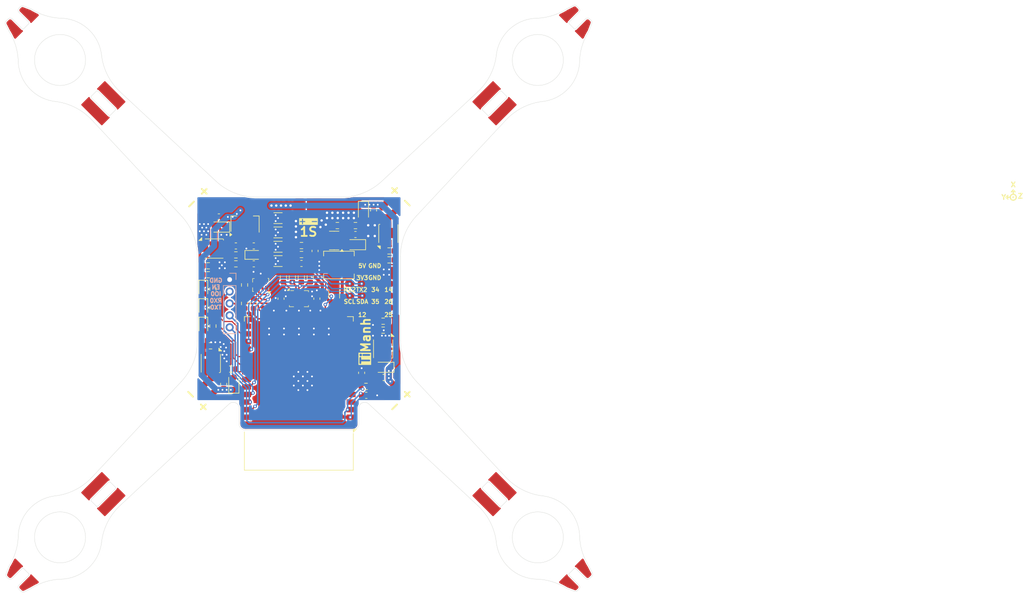
<source format=kicad_pcb>
(kicad_pcb (version 20241229) (generator "pcbnew") (generator_version "9.0")
  (layers (0 "F.Cu" signal) (2 "B.Cu" signal) (13 "F.Paste" user) (15 "B.Paste" user) (5 "F.SilkS" user "F.Silkscreen") (7 "B.SilkS" user "B.Silkscreen") (1 "F.Mask" user) (3 "B.Mask" user) (25 "Edge.Cuts" user))
  (net 0 "")
  (net 1 "Net-(D1-A)")
  (net 2 "VDC")
  (net 3 "Net-(D2-A)")
  (net 4 "Net-(D3-A)")
  (net 5 "Net-(D4-A)")
  (net 6 "GND")
  (net 7 "+3.3V")
  (net 8 "Net-(Q1-G)")
  (net 9 "Net-(Q2-G)")
  (net 10 "Net-(Q3-G)")
  (net 11 "Net-(Q4-G)")
  (net 12 "Motor1Pwm")
  (net 13 "Motor2Pwm")
  (net 14 "Motor3Pwm")
  (net 15 "Motor4Pwm")
  (net 31 "SDA")
  (net 32 "SCL")
  (net 33 "IO0")
  (net 34 "Net-(D5-K)")
  (net 35 "Net-(D6-K)")
  (net 36 "Net-(D7-K)")
  (net 37 "Net-(D8-K)")
  (net 38 "RGB")
  (net 39 "LED1")
  (net 40 "LED2")
  (net 41 "LED3")
  (net 42 "Battery_measure")
  (net 43 "Net-(U4-CSB)")
  (net 44 "Net-(U4-SDO)")
  (net 45 "IO14")
  (net 46 "TX0")
  (net 47 "RX0")
  (net 48 "TX2")
  (net 49 "RX2")
  (net 50 "IO12")
  (net 51 "Net-(U1-IO2)")
  (net 52 "EN")
  (net 53 "IO34")
  (net 54 "IO25")
  (net 55 "IO26")
  (net 56 "+5V")
  (net 57 "Net-(J7-Pin_3)")
  (net 58 "Net-(D10-A)")
  (net 60 "Net-(U2-CSB)")
  (net 61 "Net-(U2-SDO)")
  (net 62 "IO35")
  (footprint "Resistor_SMD:R_0603_1608Metric" (layer "F.Cu") (at 125.2 107.9)
    (property "Reference" "R3" (hide yes))
    (property "Value" "10K" (hide yes))
  )
  (footprint "TiManh:Pad_1x1mm" (layer "F.Cu") (at 148.5 97.5 -90)
    (property "Reference" "TP2" (hide yes))
    (property "Value" "TestPoint" (hide yes))
  )
  (footprint "Resistor_SMD:R_0603_1608Metric" (layer "F.Cu") (at 128.6 111.8 180)
    (property "Reference" "R7" (hide yes))
    (property "Value" "10R" (hide yes))
  )
  (footprint "Capacitor_SMD:C_0603_1608Metric" (layer "F.Cu") (at 132.44375 94.162948)
    (property "Reference" "C12" (hide yes))
    (property "Value" "100nF" (hide yes))
  )
  (footprint "Resistor_SMD:R_0603_1608Metric" (layer "F.Cu") (at 154.1 103.7725)
    (property "Reference" "R6" (hide yes))
    (property "Value" "10R" (hide yes))
  )
  (footprint "Inductor_SMD:L_Chilisin_BMRA00040420" (layer "F.Cu") (at 146.7 94.35)
    (property "Reference" "L1" (hide yes))
    (property "Value" "4.7uH" (hide yes))
  )
  (footprint "Capacitor_SMD:C_0603_1608Metric" (layer "F.Cu") (at 126.6 86.3 180)
    (property "Reference" "C4" (hide yes))
    (property "Value" "1uF" (hide yes))
  )
  (footprint "TiManh:Pad_1x1mm" (layer "F.Cu") (at 150.5 101.55 -90)
    (property "Reference" "TP5" (hide yes))
    (property "Value" "TestPoint" (hide yes))
  )
  (footprint "Resistor_SMD:R_0603_1608Metric" (layer "F.Cu") (at 137.4 96.4 90)
    (property "Reference" "R9" (hide yes))
    (property "Value" "10K" (hide yes))
  )
  (footprint "Capacitor_SMD:C_0603_1608Metric" (layer "F.Cu") (at 154.2 113.2 180)
    (property "Reference" "C2" (hide yes))
    (property "Value" "1uF" (hide yes))
  )
  (footprint "Capacitor_SMD:C_1206_3216Metric" (layer "F.Cu") (at 136.500001 93.7 180)
    (property "Reference" "C17" (hide yes))
    (property "Value" "100uF" (hide yes))
  )
  (footprint "Diode_SMD:D_SOD-323" (layer "F.Cu") (at 154.3 111.5 180)
    (property "Reference" "D2" (hide yes))
    (property "Value" "1N4148" (hide yes))
  )
  (footprint "Diode_SMD:D_SOD-323" (layer "F.Cu") (at 150.8 85.3 -90)
    (property "Reference" "D1" (hide yes))
    (property "Value" "1N4148" (hide yes))
  )
  (footprint "AON7410:DFN8_3X3_EP_AOS" (layer "F.Cu") (at 154.975 89.1 90)
    (property "Reference" "Q1" (hide yes))
    (property "Value" "NMOS-8PINS" (hide yes))
  )
  (footprint "TiManh:DualPad_1x2mm" (layer "F.Cu") (at 155 85 -45)
    (property "Reference" "J1" (hide yes))
    (property "Value" "Motor1" (hide yes))
  )
  (footprint "TiManh:Pad_1x1mm" (layer "F.Cu") (at 150.6 93.5 90)
    (property "Reference" "TP13" (hide yes))
    (property "Value" "TestPoint" (hide yes))
  )
  (footprint "Capacitor_SMD:C_0603_1608Metric" (layer "F.Cu") (at 140.425 94.1 180)
    (property "Reference" "C14" (hide yes))
    (property "Value" "100nF" (hide yes))
  )
  (footprint "Diode_SMD:D_SOD-323" (layer "F.Cu") (at 149.5625 90.95 180)
    (property "Reference" "D10" (hide yes))
    (property "Value" "D" (hide yes))
  )
  (footprint "Resistor_SMD:R_0603_1608Metric" (layer "F.Cu") (at 140.425 92.6)
    (property "Reference" "R22" (hide yes))
    (property "Value" "10R" (hide yes))
  )
  (footprint "Capacitor_SMD:C_1206_3216Metric" (layer "F.Cu") (at 136.5 88.9 180)
    (property "Reference" "C16" (hide yes))
    (property "Value" "100uF" (hide yes))
  )
  (footprint "Capacitor_SMD:C_1206_3216Metric" (layer "F.Cu") (at 145.9 99.2 90)
    (property "Reference" "C10" (hide yes))
    (property "Value" "100uF" (hide yes))
  )
  (footprint "Capacitor_SMD:C_0603_1608Metric" (layer "F.Cu") (at 149.4625 89.25 180)
    (property "Reference" "C8" (hide yes))
    (property "Value" "1uF" (hide yes))
  )
  (footprint "Resistor_SMD:R_0603_1608Metric" (layer "F.Cu") (at 130.9 97.7 90)
    (property "Reference" "R23" (hide yes))
    (property "Value" "10K" (hide yes))
  )
  (footprint "Capacitor_SMD:C_0603_1608Metric" (layer "F.Cu") (at 127.4 114.3 90)
    (property "Reference" "C3" (hide yes))
    (property "Value" "1uF" (hide yes))
  )
  (footprint "TiManh:Pad_1x1mm" (layer "F.Cu") (at 152.8 97.5 90)
    (property "Reference" "TP14" (hide yes))
    (property "Value" "TestPoint" (hide yes))
  )
  (footprint "Resistor_SMD:R_0603_1608Metric" (layer "F.Cu") (at 129.44375 94.162948)
    (property "Reference" "R24" (hide yes))
    (property "Value" "10K" (hide yes))
  )
  (footprint "Resistor_SMD:R_0603_1608Metric" (layer "F.Cu") (at 155.1 92 180)
    (property "Reference" "R1" (hide yes))
    (property "Value" "10K" (hide yes))
  )
  (footprint "TiManh:Pad_1x1mm" (layer "F.Cu") (at 150.6 99.5 -90)
    (property "Reference" "TP4" (hide yes))
    (property "Value" "TestPoint" (hide yes))
  )
  (footprint "Resistor_SMD:R_0603_1608Metric" (layer "F.Cu") (at 129.44375 92.662948 180)
    (property "Reference" "R15" (hide yes))
    (property "Value" "10K" (hide yes))
  )
  (footprint "RF_Module:ESP32-WROOM-32" (layer "F.Cu") (at 139.9825 112.885 180)
    (property "Reference" "U1" (hide yes))
    (property "Value" "ESP32-WROOM-32" (hide yes))
  )
  (footprint "Resistor_SMD:R_0603_1608Metric" (layer "F.Cu") (at 151.225 114.7 180)
    (property "Reference" "R13" (hide yes))
    (property "Value" "10K" (hide yes))
  )
  (footprint "LED_SMD:LED_0603_1608Metric" (layer "F.Cu") (at 124 104.5875 -90)
    (property "Reference" "D8" (hide yes))
    (property "Value" "LED" (hide yes))
  )
  (footprint "Resistor_SMD:R_0603_1608Metric" (layer "F.Cu") (at 155.1 93.5)
    (property "Reference" "R5" (hide yes))
    (property "Value" "10R" (hide yes))
  )
  (footprint "Capacitor_SMD:C_0603_1608Metric" (layer "F.Cu") (at 132.44375 91.162948 180)
    (property "Reference" "C7" (hide yes))
    (property "Value" "1uF" (hide yes))
  )
  (footprint "Capacitor_SMD:C_0603_1608Metric" (layer "F.Cu") (at 152.5 85.2 -90)
    (property "Reference" "C1" (hide yes))
    (property "Value" "1uF" (hide yes))
  )
  (footprint "LED_SMD:LED_0603_1608Metric" (layer "F.Cu") (at 124 101.4875 -90)
    (property "Reference" "D7" (hide yes))
    (property "Value" "LED" (hide yes))
  )
  (footprint "Diode_SMD:D_SOD-323" (layer "F.Cu") (at 129.1 114.225 90)
    (property "Reference" "D3" (hide yes))
    (property "Value" "1N4148" (hide yes))
  )
  (footprint "Package_LGA:Bosch_LGA-8_2x2.5mm_P0.65mm_ClockwisePinNumbering" (layer "F.Cu") (at 133.6 97.7 180)
    (property "Reference" "U4" (hide yes))
    (property "Value" "BMP280" (hide yes))
  )
  (footprint "Capacitor_SMD:C_0603_1608Metric" (layer "F.Cu") (at 129.44375 91.162948 180)
    (property "Reference" "C5" (hide yes))
    (property "Value" "1uF" (hide yes))
  )
  (footprint "TiManh:Pad_1x1mm" (layer "F.Cu") (at 152.7 93.5 -90)
    (property "Reference" "TP11" (hide yes))
    (property "Value" "TestPoint" (hide yes))
  )
  (footprint "TiManh:Pad_1x1mm" (layer "F.Cu") (at 155 101.5 -90)
    (property "Reference" "TP8" (hide yes))
    (property "Value" "TestPoint" (hide yes))
  )
  (footprint "Package_TO_SOT_SMD:SOT-23-6" (layer "F.Cu") (at 145.9 90.250001 180)
    (property "Reference" "J7" (hide yes))
    (property "Value" "SX1308" (hide yes))
  )
  (footprint "Capacitor_SMD:C_0603_1608Metric" (layer "F.Cu") (at 143 100 -90)
    (property "Reference" "C19" (hide yes))
    (property "Value" "100nF" (hide yes))
  )
  (footprint "TiManh:DualPad_1x2mm" (layer "F.Cu") (at 125 115 -45)
    (property "Reference" "J3" (hide yes))
    (property "Value" "Motor3" (hide yes))
  )
  (footprint "Package_TO_SOT_SMD:SOT-89-3" (layer "F.Cu") (at 130.98125 87.504368 90)
    (property "Reference" "U3" (hide yes))
    (property "Value" "HT7833" (hide yes))
  )
  (footprint "TiManh:DualPad_1x2mm" (layer "F.Cu") (at 125 85 -135)
    (property "Reference" "J4" (hide yes))
    (property "Value" "Motor4" (hide yes))
  )
  (footprint "TiManh:Pad_1x1mm" (layer "F.Cu") (at 152.8 99.5 90)
    (property "Reference" "TP15" (hide yes))
    (property "Value" "TestPoint" (hide yes))
  )
  (footprint "Resistor_SMD:R_0603_1608Metric" (layer "F.Cu") (at 140.425 91.1 180)
    (property "Reference" "R21" (hide yes))
    (property "Value" "10R" (hide yes))
  )
  (footprint "AON7410:DFN8_3X3_EP_AOS" (layer "F.Cu") (at 125.2475 110.8225 -90)
    (property "Reference" "Q3" (hide yes))
    (property "Value" "NMOS-8PINS" (hide yes))
  )
  (footprint "TiManh:Pad_1x1mm" (layer "F.Cu") (at 150.6 95.5 -90)
    (property "Reference" "TP10" (hide yes))
    (property "Value" "TestPoint" (hide yes))
  )
  (footprint "Resistor_SMD:R_0603_1608Metric" (layer "F.Cu") (at 154.1 105.2725)
    (property "Reference" "R2" (hide yes))
    (property "Value" "10K" (hide yes))
  )
  (footprint "Capacitor_SMD:C_1206_3216Metric" (layer "F.Cu") (at 136.5 86.500001 180)
    (property "Reference" "C15" (hide yes))
    (property "Value" "100uF" (hide yes))
  )
  (footprint "Resistor_SMD:R_0603_1608Metric" (layer "F.Cu") (at 125.6 104.5875 -90)
    (property "Reference" "R18" (hide yes))
    (property "Value" "10K" (hide yes))
  )
  (footprint "Resistor_SMD:R_0603_1608Metric" (layer "F.Cu") (at 130.9 100.8 -90)
    (property "Reference" "R14" (hide yes))
    (property "Value" "10K" (hide yes))
  )
  (footprint "Resistor_SMD:R_0603_1608Metric" (layer "F.Cu") (at 138.9 96.4 90)
    (property "Reference" "R10" (hide yes))
    (property "Value" "4.7K" (hide yes))
  )
  (footprint "Capacitor_SMD:C_0603_1608Metric" (layer "F.Cu") (at 151.275 116.2)
    (property "Reference" "C11" (hide yes))
    (property "Value" "1uF" (hide yes))
  )
  (footprint "TiManh:DualPad_1x2mm" (layer "F.Cu") (at 155 115 -135)
    (property "Reference" "J2" (hide yes))
    (property "Value" "Motor2" (hide yes))
  )
  (footprint "Capacitor_SMD:C_1206_3216Metric" (layer "F.Cu") (at 136.5 91.3 180)
    (property "Reference" "C18" (hide yes))
    (property "Value" "100uF" (hide yes))
  )
  (footprint "Capacitor_SMD:C_0603_1608Metric" (layer "F.Cu") (at 142.7 92 -90)
    (property "Reference" "C6" (hide yes))
    (property "Value" "1uF" (hide yes))
  )
  (footprint "TiManh:Pad_1x1mm" (layer "F.Cu") (at 150.6 97.5 -90)
    (property "Reference" "TP1" (hide yes))
    (property "Value" "TestPoint" (hide yes))
  )
  (footprint "TiManh:Pad_1x1mm" (layer "F.Cu") (at 155 99.5 -90)
    (property "Reference" "TP9" (hide yes))
    (property "Value" "TestPoint" (hide yes))
  )
  (footprint "TiManh:Pad_1x1mm" (layer "F.Cu") (at 152.7 95.5 -90)
    (property "Reference" "TP12" (hide yes))
    (property "Value" "TestPoint" (hide yes))
  )
  (footprint "Package_LGA:Bosch_LGA-14_3x2.5mm_P0.5mm" (layer "F.Cu") (at 140 100)
    (property "Reference" "U2" (hide yes))
    (property "Value" "BMI160" (hide yes))
  )
  (footprint "Resistor_SMD:R_0603_1608Metric" (layer "F.Cu") (at 141.9 96.4 90)
    (property "Reference" "R12" (hide yes))
    (property "Value" "10K" (hide yes))
  )
  (footprint "Resistor_SMD:R_0603_1608Metric" (layer "F.Cu") (at 140.4 96.4 90)
    (property "Reference" "R11" (hide yes))
    (property "Value" "4.7K" (hide yes))
  )
  (footprint "AON7410:DFN8_3X3_EP_AOS" (layer "F.Cu") (at 154.1 108.4 -90)
    (property "Reference" "Q2" (hide yes))
    (property "Value" "NMOS-8PINS" (hide yes))
  )
  (footprint "Resistor_SMD:R_0603_1608Metric" (layer "F.Cu") (at 146.4375 87.750001 180)
    (property "Reference" "R20" (hide yes))
    (property "Value" "10k" (hide yes))
  )
  (footprint "Resistor_SMD:R_0603_1608Metric" (layer "F.Cu") (at 124.8 94.4875)
    (property "Reference" "R4" (hide yes))
    (property "Value" "10K" (hide yes))
  )
  (footprint "TiManh:DualPad_2x3mm" (layer "F.Cu") (at 141.6 84.7 180)
    (property "Reference" "J5" (hide yes))
    (property "Value" "Power" (hide yes))
  )
  (footprint "LED_SMD:LED_0603_1608Metric" (layer "F.Cu") (at 124 98.3875 -90)
    (property "Reference" "D6" (hide yes))
    (property "Value" "LED" (hide yes))
  )
  (footprint "Resistor_SMD:R_0603_1608Metric" (layer "F.Cu") (at 124.8 95.9875 180)
    (property "Reference" "R8" (hide yes))
    (property "Value" "10R" (hide yes))
  )
  (footprint "Resistor_SMD:R_0603_1608Metric" (layer "F.Cu") (at 149.4625 87.750001 180)
    (property "Reference" "R19" (hide yes))
    (property "Value" "75k" (hide yes))
  )
  (footprint "Resistor_SMD:R_0603_1608Metric" (layer "F.Cu") (at 125.6 101.4875 -90)
    (property "Reference" "R17" (hide yes))
    (property "Value" "10K" (hide yes))
  )
  (footprint "Resistor_SMD:R_0603_1608Metric" (layer "F.Cu") (at 125.6 98.3875 -90)
    (property "Reference" "R16" (hide yes))
    (property "Value" "10K" (hide yes))
  )
  (footprint "Diode_SMD:D_SOD-323" (layer "F.Cu") (at 126.8 88 180)
    (property "Reference" "D4" (hide yes))
    (property "Value" "1N4148" (hide yes))
  )
  (footprint "Capacitor_SMD:C_0603_1608Metric" (layer "F.Cu") (at 150.5 112.425 90)
    (property "Reference" "C13" (hide yes))
    (property "Value" "100nF" (hide yes))
  )
  (footprint "Resistor_SMD:R_0603_1608Metric" (layer "F.Cu") (at 132.4 100.8 -90)
    (property "Reference" "R25" (hide yes))
    (property "Value" "10K" (hide yes))
  )
  (footprint "Capacitor_SMD:C_0603_1608Metric" (layer "F.Cu") (at 137 100 -90)
    (property "Reference" "C9" (hide yes))
    (property "Value" "100nF" (hide yes))
  )
  (footprint "AON7410:DFN8_3X3_EP_AOS" (layer "F.Cu") (at 125.8 91.6)
    (property "Reference" "Q4" (hide yes))
    (property "Value" "NMOS-8PINS" (hide yes))
  )
  (footprint "TiManh:Pad_1x1mm" (layer "F.Cu") (at 155 97.5 -90)
    (property "Reference" "TP6" (hide yes))
    (property "Value" "TestPoint" (hide yes))
  )
  (footprint "LED_SMD:LED_0603_1608Metric" (layer "F.Cu") (at 132.44375 92.662948)
    (property "Reference" "D5" (hide yes))
    (property "Value" "LED" (hide yes))
  )
  (footprint "TiManh:Pad_1x1mm" (layer "F.Cu") (at 148.5 99.5 -90)
    (property "Reference" "TP3" (hide yes))
    (property "Value" "TestPoint" (hide yes))
  )
  (footprint "Connector_PinHeader_2.00mm:PinHeader_1x05_P2.00mm_Vertical" (layer "B.Cu") (at 128.4 96.8 180)
    (property "Reference" "J6" (hide yes))
    (property "Value" "Conn_01x05" (hide yes))
  )
  (gr_line (start 259.6 82.5) (end 259.6 81.8) (stroke (width 0.2)) (layer "F.SilkS"))
  (gr_line (start 259.1 83) (end 258.4 83) (stroke (width 0.2)) (layer "F.SilkS"))
  (gr_line (start 258.4 83) (end 258.7 83.3) (stroke (width 0.2)) (layer "F.SilkS"))
  (gr_line (start 258.4 83) (end 258.7 82.7) (stroke (width 0.2)) (layer "F.SilkS"))
  (gr_circle (center 259.6 83) (end 259.6 82.9) (stroke (width 0.1)) (fill yes) (layer "F.SilkS"))
  (gr_line (start 259.6 81.8) (end 259.3 82.1) (stroke (width 0.2)) (layer "F.SilkS"))
  (gr_line (start 259.6 81.8) (end 259.9 82.1) (stroke (width 0.2)) (layer "F.SilkS"))
  (gr_circle (center 259.6 83) (end 259.6 82.5) (stroke (width 0.2)) (fill no) (layer "F.SilkS"))
  (gr_line (start 173.634114 134.765485) (end 170.736911 131.868282) (stroke (width 0.05)) (layer "Edge.Cuts"))
  (gr_line (start 106.081119 134.76741) (end 105.232601 133.918893) (stroke (width 0.05)) (layer "Edge.Cuts"))
  (gr_arc (start 94.048339 149.115221) (mid 93.742872 149.163908) (end 93.467218 149.023567) (stroke (width 0.05)) (layer "Edge.Cuts"))
  (gr_arc (start 150 118.367327) (mid 150.601247 117.450242) (end 151.681999 117.635973) (stroke (width 0.05)) (layer "Edge.Cuts"))
  (gr_line (start 105.232605 66.081104) (end 106.081118 65.232591) (stroke (width 0.05)) (layer "Edge.Cuts"))
  (gr_line (start 186.535007 50.978658) (end 186.858922 51.302573) (stroke (width 0.05)) (layer "Edge.Cuts"))
  (gr_line (start 170.736915 68.131714) (end 173.636038 65.232591) (stroke (width 0.05)) (layer "Edge.Cuts"))
  (gr_arc (start 108.131727 130.736902) (mid 108.273156 130.678331) (end 108.414582 130.736912) (stroke (width 0.05)) (layer "Edge.Cuts"))
  (gr_line (start 186.081104 145.232605) (end 185.232604 146.081105) (stroke (width 0.05)) (layer "Edge.Cuts"))
  (gr_line (start 188.535654 144.817846) (end 189.115232 145.951684) (stroke (width 0.05)) (layer "Edge.Cuts"))
  (gr_arc (start 174.656674 70.065536) (mid 177.45715 67.961815) (end 180.811295 66.952827) (stroke (width 0.05)) (layer "Edge.Cuts"))
  (gr_arc (start 100.21399 53.003272) (mid 97.595031 52.570706) (end 95.182146 51.464342) (stroke (width 0.05)) (layer "Edge.Cuts"))
  (gr_arc (start 157 92.939167) (mid 157.695835 89.274097) (end 159.686505 86.119076) (stroke (width 0.05)) (layer "Edge.Cuts"))
  (gr_arc (start 187.990306 53.141065) (mid 188.343862 52.994606) (end 188.697409 53.141087) (stroke (width 0.05)) (layer "Edge.Cuts"))
  (gr_line (start 105.234564 133.634065) (end 108.131727 130.736902) (stroke (width 0.05)) (layer "Edge.Cuts"))
  (gr_circle (center 100 60) (end 104.27 60) (stroke (width 0.05)) (fill no) (layer "Edge.Cuts"))
  (gr_line (start 94.767393 146.081102) (end 93.918883 145.232591) (stroke (width 0.05)) (layer "Edge.Cuts"))
  (gr_arc (start 105.232601 133.918893) (mid 105.174017 133.776068) (end 105.234564 133.634065) (stroke (width 0.05)) (layer "Edge.Cuts"))
  (gr_arc (start 91.464344 55.18215) (mid 92.570706 57.595034) (end 93.003272 60.21399) (stroke (width 0.05)) (layer "Edge.Cuts"))
  (gr_arc (start 174.767383 133.636012) (mid 174.825967 133.777447) (end 174.767382 133.918882) (stroke (width 0.05)) (layer "Edge.Cuts"))
  (gr_line (start 109.263082 131.585413) (end 108.414582 130.736912) (stroke (width 0.05)) (layer "Edge.Cuts"))
  (gr_arc (start 150 121) (mid 149.707107 121.707107) (end 149 122) (stroke (width 0.05)) (layer "Edge.Cuts"))
  (gr_arc (start 170.736911 131.868282) (mid 170.678328 131.727554) (end 170.735915 131.586416) (stroke (width 0.05)) (layer "Edge.Cuts"))
  (gr_arc (start 93.141058 148.697408) (mid 92.994616 148.34274) (end 93.142641 147.98873) (stroke (width 0.05)) (layer "Edge.Cuts"))
  (gr_line (start 185.232601 53.918893) (end 186.081119 54.76741) (stroke (width 0.05)) (layer "Edge.Cuts"))
  (gr_line (start 109.263085 131.868286) (end 106.363961 134.76741) (stroke (width 0.05)) (layer "Edge.Cuts"))
  (gr_line (start 130 121) (end 130 118.367328) (stroke (width 0.05)) (layer "Edge.Cuts"))
  (gr_arc (start 189.115232 145.951684) (mid 189.163656 146.258776) (end 189.02123 146.535119) (stroke (width 0.05)) (layer "Edge.Cuts"))
  (gr_line (start 93.918896 54.767396) (end 94.767396 53.918896) (stroke (width 0.05)) (layer "Edge.Cuts"))
  (gr_arc (start 185.951687 50.884767) (mid 186.258699 50.836332) (end 186.535007 50.978658) (stroke (width 0.05)) (layer "Edge.Cuts"))
  (gr_line (start 90.973345 146.112857) (end 91.464344 144.81785) (stroke (width 0.05)) (layer "Edge.Cuts"))
  (gr_arc (start 174.767393 66.081102) (mid 174.825979 66.223548) (end 174.765971 66.3654) (stroke (width 0.05)) (layer "Edge.Cuts"))
  (gr_arc (start 108.41457 69.2631) (mid 108.273136 69.321671) (end 108.131711 69.263082) (stroke (width 0.05)) (layer "Edge.Cuts"))
  (gr_circle (center 180 60) (end 184.27 60) (stroke (width 0.05)) (fill no) (layer "Edge.Cuts"))
  (gr_arc (start 105.232611 66.363982) (mid 105.174027 66.222546) (end 105.232612 66.081111) (stroke (width 0.05)) (layer "Edge.Cuts"))
  (gr_arc (start 123 107.060897) (mid 122.304176 110.72591) (end 120.313535 113.880881) (stroke (width 0.05)) (layer "Edge.Cuts"))
  (gr_arc (start 132.939107 83) (mid 129.27409 82.304175) (end 126.119116 80.313532) (stroke (width 0.05)) (layer "Edge.Cuts"))
  (gr_line (start 169.934518 134.656724) (end 151.681999 117.635973) (stroke (width 0.05)) (layer "Edge.Cuts"))
  (gr_line (start 189.024245 53.893499) (end 188.535659 55.182144) (stroke (width 0.05)) (layer "Edge.Cuts"))
  (gr_arc (start 188.912672 53.356323) (mid 189.04867 53.608247) (end 189.024245 53.893499) (stroke (width 0.05)) (layer "Edge.Cuts"))
  (gr_arc (start 173.047173 59.188705) (mid 175.266532 54.843034) (end 179.786011 53.003272) (stroke (width 0.05)) (layer "Edge.Cuts"))
  (gr_arc (start 128.318001 117.635974) (mid 129.398745 117.45026) (end 130 118.367328) (stroke (width 0.05)) (layer "Edge.Cuts"))
  (gr_line (start 184.817867 51.464335) (end 185.951687 50.884767) (stroke (width 0.05)) (layer "Edge.Cuts"))
  (gr_arc (start 131 122) (mid 130.292893 121.707107) (end 130 121) (stroke (width 0.05)) (layer "Edge.Cuts"))
  (gr_arc (start 120.313494 86.119074) (mid 122.310671 89.290605) (end 123 92.974643) (stroke (width 0.05)) (layer "Edge.Cuts"))
  (gr_line (start 108.41457 69.2631) (end 109.263085 68.414585) (stroke (width 0.05)) (layer "Edge.Cuts"))
  (gr_arc (start 106.081119 65.232592) (mid 106.223505 65.174021) (end 106.365324 65.233953) (stroke (width 0.05)) (layer "Edge.Cuts"))
  (gr_arc (start 186.996729 60.21399) (mid 187.429284 57.595027) (end 188.535659 55.182144) (stroke (width 0.05)) (layer "Edge.Cuts"))
  (gr_line (start 157 107.041354) (end 157 92.9392) (stroke (width 0.05)) (layer "Edge.Cuts"))
  (gr_arc (start 106.952827 140.811295) (mid 107.961763 137.457189) (end 110.065454 134.65675) (stroke (width 0.05)) (layer "Edge.Cuts"))
  (gr_arc (start 93.003272 139.786011) (mid 92.570706 142.404967) (end 91.464344 144.81785) (stroke (width 0.05)) (layer "Edge.Cuts"))
  (gr_line (start 93.142642 51.301009) (end 93.356337 51.087315) (stroke (width 0.05)) (layer "Edge.Cuts"))
  (gr_line (start 171.585415 130.736916) (end 170.735915 131.586416) (stroke (width 0.05)) (layer "Edge.Cuts"))
  (gr_arc (start 99.188705 66.952827) (mid 94.843035 64.733467) (end 93.003272 60.21399) (stroke (width 0.05)) (layer "Edge.Cuts"))
  (gr_arc (start 91.302586 53.141065) (mid 91.65614 52.994618) (end 92.009695 53.141065) (stroke (width 0.05)) (layer "Edge.Cuts"))
  (gr_arc (start 173.636038 65.232591) (mid 173.777464 65.174002) (end 173.918879 65.232615) (stroke (width 0.05)) (layer "Edge.Cuts"))
  (gr_line (start 92.009695 53.141065) (end 93.63604 54.767411) (stroke (width 0.05)) (layer "Edge.Cuts"))
  (gr_arc (start 105.34325 129.934546) (mid 102.54281 132.038237) (end 99.188705 133.047173) (stroke (width 0.05)) (layer "Edge.Cuts"))
  (gr_line (start 171.868273 130.736902) (end 174.767383 133.636012) (stroke (width 0.05)) (layer "Edge.Cuts"))
  (gr_line (start 173.918893 65.232601) (end 174.767393 66.081102) (stroke (width 0.05)) (layer "Edge.Cuts"))
  (gr_arc (start 110.065462 65.343257) (mid 107.961768 62.542814) (end 106.952827 59.188705) (stroke (width 0.05)) (layer "Edge.Cuts"))
  (gr_arc (start 93.636014 145.232615) (mid 93.77744 145.174031) (end 93.918882 145.232592) (stroke (width 0.05)) (layer "Edge.Cuts"))
  (gr_line (start 174.656674 70.065536) (end 159.686505 86.119076) (stroke (width 0.05)) (layer "Edge.Cuts"))
  (gr_arc (start 170.736912 68.414582) (mid 170.678328 68.273147) (end 170.736915 68.131714) (stroke (width 0.05)) (layer "Edge.Cuts"))
  (gr_line (start 189.02123 146.535119) (end 188.697414 146.858936) (stroke (width 0.05)) (layer "Edge.Cuts"))
  (gr_line (start 128.318001 117.635974) (end 110.065454 134.65675) (stroke (width 0.05)) (layer "Edge.Cuts"))
  (gr_line (start 95.182142 148.535661) (end 94.048339 149.115221) (stroke (width 0.05)) (layer "Edge.Cuts"))
  (gr_line (start 186.112853 149.026653) (end 184.817781 148.535631) (stroke (width 0.05)) (layer "Edge.Cuts"))
  (gr_arc (start 180.811295 133.047173) (mid 177.46813 132.043778) (end 174.673482 129.952489) (stroke (width 0.05)) (layer "Edge.Cuts"))
  (gr_line (start 106.365324 65.233953) (end 109.263083 68.131712) (stroke (width 0.05)) (layer "Edge.Cuts"))
  (gr_arc (start 179.786011 146.996729) (mid 182.404938 147.429267) (end 184.817781 148.535631) (stroke (width 0.05)) (layer "Edge.Cuts"))
  (gr_line (start 159.686507 113.880927) (end 174.673482 129.952489) (stroke (width 0.05)) (layer "Edge.Cuts"))
  (gr_line (start 120.313494 86.119074) (end 105.343246 70.06545) (stroke (width 0.05)) (layer "Edge.Cuts"))
  (gr_arc (start 179.786011 146.996729) (mid 175.26653 145.156967) (end 173.047173 140.811295) (stroke (width 0.05)) (layer "Edge.Cuts"))
  (gr_line (start 93.142641 147.98873) (end 94.7688 146.362571) (stroke (width 0.05)) (layer "Edge.Cuts"))
  (gr_arc (start 100.21399 53.003272) (mid 104.733467 54.843035) (end 106.952827 59.188705) (stroke (width 0.05)) (layer "Edge.Cuts"))
  (gr_line (start 93.887146 50.973347) (end 95.182146 51.464342) (stroke (width 0.05)) (layer "Edge.Cuts"))
  (gr_arc (start 186.996729 60.21399) (mid 185.156965 64.733467) (end 180.811295 66.952827) (stroke (width 0.05)) (layer "Edge.Cuts"))
  (gr_arc (start 93.003272 139.786011) (mid 94.843034 135.266533) (end 99.188705 133.047173) (stroke (width 0.05)) (layer "Edge.Cuts"))
  (gr_arc (start 106.952827 140.811295) (mid 104.733467 145.156964) (end 100.21399 146.996729) (stroke (width 0.05)) (layer "Edge.Cuts"))
  (gr_arc (start 171.868272 69.263099) (mid 171.726838 69.321671) (end 171.585413 69.263082) (stroke (width 0.05)) (layer "Edge.Cuts"))
  (gr_circle (center 180 140) (end 184.27 140) (stroke (width 0.05)) (fill no) (layer "Edge.Cuts"))
  (gr_arc (start 93.356337 51.087315) (mid 93.604926 50.952011) (end 93.887146 50.973347) (stroke (width 0.05)) (layer "Edge.Cuts"))
  (gr_line (start 93.467218 149.023567) (end 93.141058 148.697408) (stroke (width 0.05)) (layer "Edge.Cuts"))
  (gr_line (start 91.302588 146.858937) (end 91.087317 146.643666) (stroke (width 0.05)) (layer "Edge.Cuts"))
  (gr_line (start 135 83) (end 147.060895 83) (stroke (width 0.05)) (layer "Edge.Cuts"))
  (gr_line (start 123 92.974643) (end 122.999999 107.060897) (stroke (width 0.05)) (layer "Edge.Cuts"))
  (gr_arc (start 186.858922 51.302573) (mid 187.005374 51.657728) (end 186.856679 52.011951) (stroke (width 0.05)) (layer "Edge.Cuts"))
  (gr_line (start 186.858925 148.697425) (end 186.643725 148.912625) (stroke (width 0.05)) (layer "Edge.Cuts"))
  (gr_arc (start 94.767393 146.081102) (mid 94.825979 146.221547) (end 94.7688 146.362571) (stroke (width 0.05)) (layer "Edge.Cuts"))
  (gr_line (start 153.880877 80.313539) (end 169.934604 65.343196) (stroke (width 0.05)) (layer "Edge.Cuts"))
  (gr_arc (start 109.263083 68.131712) (mid 109.321667 68.273147) (end 109.263085 68.414585) (stroke (width 0.05)) (layer "Edge.Cuts"))
  (gr_arc (start 186.858912 147.990283) (mid 187.005363 148.343847) (end 186.858911 148.697411) (stroke (width 0.05)) (layer "Edge.Cuts"))
  (gr_line (start 93.636014 145.232615) (end 92.009694 146.858936) (stroke (width 0.05)) (layer "Edge.Cuts"))
  (gr_arc (start 169.934518 134.656724) (mid 172.038213 137.457177) (end 173.047173 140.811295) (stroke (width 0.05)) (layer "Edge.Cuts"))
  (gr_arc (start 99.188705 66.952827) (mid 102.542809 67.96176) (end 105.343246 70.06545) (stroke (width 0.05)) (layer "Edge.Cuts"))
  (gr_arc (start 173.047173 59.188705) (mid 172.038268 62.542782) (end 169.934604 65.343196) (stroke (width 0.05)) (layer "Edge.Cuts"))
  (gr_arc (start 186.643725 148.912625) (mid 186.395116 149.04794) (end 186.112853 149.026653) (stroke (width 0.05)) (layer "Edge.Cuts"))
  (gr_line (start 135 83) (end 132.939107 83) (stroke (width 0.05)) (layer "Edge.Cuts"))
  (gr_arc (start 106.363961 134.76741) (mid 106.22254 134.825989) (end 106.081119 134.76741) (stroke (width 0.05)) (layer "Edge.Cuts"))
  (gr_circle (center 100 140) (end 104.27 140) (stroke (width 0.05)) (fill no) (layer "Edge.Cuts"))
  (gr_arc (start 185.232612 146.363983) (mid 185.174027 146.222548) (end 185.232611 146.081112) (stroke (width 0.05)) (layer "Edge.Cuts"))
  (gr_arc (start 91.087317 146.643666) (mid 90.952014 146.395078) (end 90.973345 146.112857) (stroke (width 0.05)) (layer "Edge.Cuts"))
  (gr_arc (start 93.141057 52.009687) (mid 92.994616 51.655019) (end 93.142642 51.301009) (stroke (width 0.05)) (layer "Edge.Cuts"))
  (gr_arc (start 188.697413 146.858935) (mid 188.341778 147.005376) (end 187.987367 146.855996) (stroke (width 0.05)) (layer "Edge.Cuts"))
  (gr_line (start 185.232612 146.363983) (end 186.858912 147.990283) (stroke (width 0.05)) (layer "Edge.Cuts"))
  (gr_line (start 187.987367 146.855996) (end 186.363982 145.232611) (stroke (width 0.05)) (layer "Edge.Cuts"))
  (gr_line (start 174.767396 133.918896) (end 173.918881 134.767411) (stroke (width 0.05)) (layer "Edge.Cuts"))
  (gr_line (start 186.856679 52.011951) (end 185.230666 53.637963) (stroke (width 0.05)) (layer "Edge.Cuts"))
  (gr_arc (start 186.363961 54.76741) (mid 186.22254 54.825989) (end 186.081119 54.76741) (stroke (width 0.05)) (layer "Edge.Cuts"))
  (gr_arc (start 184.817867 51.464335) (mid 182.404974 52.570698) (end 179.786011 53.003272) (stroke (width 0.05)) (layer "Edge.Cuts"))
  (gr_line (start 108.131711 69.263082) (end 105.232611 66.363982) (stroke (width 0.05)) (layer "Edge.Cuts"))
  (gr_line (start 131 122) (end 149 122) (stroke (width 0.05)) (layer "Edge.Cuts"))
  (gr_arc (start 185.232601 53.918893) (mid 185.174017 53.778825) (end 185.230666 53.637963) (stroke (width 0.05)) (layer "Edge.Cuts"))
  (gr_arc (start 159.686507 113.880927) (mid 157.692272 110.716841) (end 157 107.041354) (stroke (width 0.05)) (layer "Edge.Cuts"))
  (gr_arc (start 171.585415 130.736916) (mid 171.72684 130.678333) (end 171.868272 130.736903) (stroke (width 0.05)) (layer "Edge.Cuts"))
  (gr_arc (start 92.009693 146.858935) (mid 91.65614 147.005385) (end 91.302588 146.858937) (stroke (width 0.05)) (layer "Edge.Cuts"))
  (gr_arc (start 95.182142 148.535661) (mid 97.595029 147.429296) (end 100.21399 146.996729) (stroke (width 0.05)) (layer "Edge.Cuts"))
  (gr_line (start 90.976435 53.467216) (end 91.302586 53.141065) (stroke (width 0.05)) (layer "Edge.Cuts"))
  (gr_line (start 170.736912 68.414582) (end 171.585413 69.263082) (stroke (width 0.05)) (layer "Edge.Cuts"))
  (gr_arc (start 93.918896 54.767396) (mid 93.777467 54.825986) (end 93.63604 54.767411) (stroke (width 0.05)) (layer "Edge.Cuts"))
  (gr_arc (start 180.811295 133.047173) (mid 185.156963 135.266534) (end 186.996729 139.786011) (stroke (width 0.05)) (layer "Edge.Cuts"))
  (gr_line (start 105.34325 129.934546) (end 120.313535 113.880881) (stroke (width 0.05)) (layer "Edge.Cuts"))
  (gr_line (start 188.697423 53.141073) (end 188.912672 53.356323) (stroke (width 0.05)) (layer "Edge.Cuts"))
  (gr_line (start 150 121) (end 150 118.367327) (stroke (width 0.05)) (layer "Edge.Cuts"))
  (gr_line (start 110.065462 65.343257) (end 126.119116 80.313532) (stroke (width 0.05)) (layer "Edge.Cuts"))
  (gr_arc (start 109.263082 131.585413) (mid 109.321666 131.726848) (end 109.263081 131.868282) (stroke (width 0.05)) (layer "Edge.Cuts"))
  (gr_arc (start 90.884781 54.048341) (mid 90.836094 53.742872) (end 90.976435 53.467216) (stroke (width 0.05)) (layer "Edge.Cuts"))
  (gr_line (start 186.363961 54.76741) (end 187.990306 53.141065) (stroke (width 0.05)) (layer "Edge.Cuts"))
  (gr_arc (start 173.918881 134.767411) (mid 173.776095 134.825982) (end 173.634114 134.765485) (stroke (width 0.05)) (layer "Edge.Cuts"))
  (gr_arc (start 94.767432 53.636061) (mid 94.825996 53.777482) (end 94.767382 53.918882) (stroke (width 0.05)) (layer "Edge.Cuts"))
  (gr_arc (start 186.081104 145.232605) (mid 186.222546 145.174017) (end 186.363982 145.232611) (stroke (width 0.05)) (layer "Edge.Cuts"))
  (gr_line (start 94.767432 53.636061) (end 93.141057 52.009687) (stroke (width 0.05)) (layer "Edge.Cuts"))
  (gr_line (start 91.464344 55.18215) (end 90.884781 54.048341) (stroke (width 0.05)) (layer "Edge.Cuts"))
  (gr_arc (start 153.880877 80.313539) (mid 150.725906 82.304176) (end 147.060895 83) (stroke (width 0.05)) (layer "Edge.Cuts"))
  (gr_arc (start 188.535654 144.817846) (mid 187.429299 142.404963) (end 186.996729 139.786011) (stroke (width 0.05)) (layer "Edge.Cuts"))
  (gr_line (start 174.765971 66.3654) (end 171.868272 69.263099) (stroke (width 0.05)) (layer "Edge.Cuts"))
  (gr_text "1S" (at 141.6 88.8 0) (layer "F.SilkS") (effects (font (size 1.5 1.5) (thickness 0.3) (bold yes))))
  (gr_text "Z" (at 260.8 82.8 0) (layer "F.SilkS") (effects (font (size 0.8 0.8) (thickness 0.2) (bold yes))))
  (gr_text "14" (at 155 98.5 0) (layer "F.SilkS") (effects (font (size 0.7 0.7) (thickness 0.15) (bold yes))))
  (gr_text "GND" (at 152.7 96.5 0) (layer "F.SilkS") (effects (font (size 0.7 0.7) (thickness 0.15) (bold yes))))
  (gr_text "26" (at 155 100.5 0) (layer "F.SilkS") (effects (font (size 0.7 0.7) (thickness 0.15) (bold yes))))
  (gr_text "GND" (at 152.7 94.5 0) (layer "F.SilkS") (effects (font (size 0.7 0.7) (thickness 0.15) (bold yes))))
  (gr_text "TX2" (at 150.5 98.5 0) (layer "F.SilkS") (effects (font (size 0.7 0.7) (thickness 0.15) (bold yes))))
  (gr_text "+ -" (at 123 117 -45) (layer "F.SilkS") (effects (font (size 1.5 1.5) (thickness 0.3) (bold yes)) (justify mirror)))
  (gr_text "+ -" (at 157 117 45) (layer "F.SilkS") (effects (font (size 1.5 1.5) (thickness 0.3) (bold yes)) (justify mirror)))
  (gr_text "Ti" (at 151.1 110 90) (layer "F.SilkS" knockout) (effects (font (size 1.5 1.5) (thickness 0.3) (bold yes))))
  (gr_text "34" (at 152.8 98.5 0) (layer "F.SilkS") (effects (font (size 0.7 0.7) (thickness 0.15) (bold yes))))
  (gr_text "X" (at 259.6 80.9 0) (layer "F.SilkS") (effects (font (size 0.8 0.8) (thickness 0.2) (bold yes))))
  (gr_text "+ -" (at 157 83 135) (layer "F.SilkS") (effects (font (size 1.5 1.5) (thickness 0.3) (bold yes)) (justify mirror)))
  (gr_text "RX2" (at 148.5 98.5 0) (layer "F.SilkS") (effects (font (size 0.7 0.7) (thickness 0.15) (bold yes))))
  (gr_text "Manh" (at 151.2 106.1 90) (layer "F.SilkS") (effects (font (size 1.5 1.5) (thickness 0.3) (bold yes))))
  (gr_text "35" (at 152.8 100.5 0) (layer "F.SilkS") (effects (font (size 0.7 0.7) (thickness 0.15) (bold yes))))
  (gr_text "+ -" (at 141.6 87 0) (layer "F.SilkS" knockout) (effects (font (size 1 1))))
  (gr_text "5V" (at 150.6 94.5 0) (layer "F.SilkS") (effects (font (size 0.7 0.7) (thickness 0.15) (bold yes))))
  (gr_text "+ -" (at 123 83 45) (layer "F.SilkS") (effects (font (size 1.5 1.5) (thickness 0.3) (bold yes)) (justify mirror)))
  (gr_text "12\n" (at 150.6 102.7 0) (layer "F.SilkS") (effects (font (size 0.7 0.7) (thickness 0.15) (bold yes))))
  (gr_text "3V3" (at 150.6 96.5 0) (layer "F.SilkS") (effects (font (size 0.7 0.7) (thickness 0.15) (bold yes))))
  (gr_text "25" (at 155 102.7 0) (layer "F.SilkS") (effects (font (size 0.7 0.7) (thickness 0.15) (bold yes))))
  (gr_text "Y" (at 258 83 0) (layer "F.SilkS") (effects (font (size 0.8 0.8) (thickness 0.2) (bold yes))))
  (gr_text "SDA" (at 150.6 100.5 0) (layer "F.SilkS") (effects (font (size 0.7 0.7) (thickness 0.15) (bold yes))))
  (gr_text "SCL" (at 148.5 100.5 0) (layer "F.SilkS") (effects (font (size 0.7 0.7) (thickness 0.15) (bold yes))))
  (gr_text "GND\nEN\nIO0\nRX0\nTX0" (at 126.1 99.2 0) (layer "B.SilkS") (effects (font (size 0.7 0.7) (thickness 0.175) (bold yes)) (justify mirror)))
  (segment (start 155.707107 85.707107) (end 155.064214 86.35) (width 1) (layer "F.Cu") (net 1))
  (segment (start 155.064214 86.35) (end 150.8 86.35) (width 1) (layer "F.Cu") (net 1))
  (segment (start 154.975 86.439214) (end 154.975 89) (width 1) (layer "F.Cu") (net 1))
  (segment (start 155.707107 85.707107) (end 154.975 86.439214) (width 1) (layer "F.Cu") (net 1))
  (segment (start 127.375 85.960786) (end 127.375 86.3) (width 1) (layer "F.Cu") (net 2))
  (segment (start 127.375 87.525) (end 127.85 88) (width 1) (layer "F.Cu") (net 2))
  (segment (start 130.98125 89.91875) (end 130.21875 90.68125) (width 1) (layer "F.Cu") (net 2))
  (segment (start 137.975001 84.424999) (end 138 84.4) (width 1.5) (layer "F.Cu") (net 2))
  (segment (start 140.1 84.7) (end 140.1 85.703496) (width 0.5) (layer "F.Cu") (net 2))
  (segment (start 152.5 84.25) (end 153.2 84.25) (width 1) (layer "F.Cu") (net 2))
  (segment (start 138.175 91.1) (end 137.975 91.3) (width 0.5) (layer "F.Cu") (net 2))
  (segment (start 138.6 84.4) (end 138 84.4) (width 1.5) (layer "F.Cu") (net 2))
  (segment (start 151.1 84.25) (end 151.8 84.25) (width 1) (layer "F.Cu") (net 2))
  (segment (start 150.8 84.25) (end 151.1 84.25) (width 1) (layer "F.Cu") (net 2))
  (segment (start 131.6 84.4) (end 131.004163 84.4) (width 1.5) (layer "F.Cu") (net 2))
  (segment (start 154.25 84.25) (end 154.292893 84.292893) (width 1) (layer "F.Cu") (net 2))
  (segment (start 125.707107 84.292893) (end 127.375 85.960786) (width 1) (layer "F.Cu") (net 2))
  (segment (start 129.602082 85.802082) (end 129.104163 86.3) (width 1.5) (layer "F.Cu") (net 2))
  (segment (start 132.2 84.4) (end 135.4 84.4) (width 1.5) (layer "F.Cu") (net 2))
  (segment (start 131.004163 84.4) (end 130.202082 85.202082) (width 1.5) (layer "F.Cu") (net 2))
  (segment (start 127.2 115.275) (end 126.5 115.275) (width 1) (layer "F.Cu") (net 2))
  (segment (start 128.9 86.3) (end 128.3 86.3) (width 1.5) (layer "F.Cu") (net 2))
  (segment (start 144.7625 90.250001) (end 142.850001 90.250001) (width 0.5) (layer "F.Cu") (net 2))
  (segment (start 144.7625 89.300002) (end 144.7625 90.250001) (width 0.5) (layer "F.Cu") (net 2))
  (segment (start 155.05 113.635786) (end 155.05 113.3) (width 1) (layer "F.Cu") (net 2))
  (segment (start 155.05 112.1) (end 155.05 111.9) (width 1) (layer "F.Cu") (net 2))
  (segment (start 139.6 91.1) (end 138.175 91.1) (width 0.5) (layer "F.Cu") (net 2))
  (segment (start 155.05 113.3) (end 155.05 113.2) (width 1) (layer "F.Cu") (net 2))
  (segment (start 130.98125 89.366868) (end 130.98125 84.525448) (width 1) (layer "F.Cu") (net 2))
  (segment (start 127.375 86.3) (end 127.375 87.525) (width 1) (layer "F.Cu") (net 2))
  (segment (start 155.05 111.8) (end 155.35 111.5) (width 1) (layer "F.Cu") (net 2))
  (segment (start 128.6 115.275) (end 127.9 115.275) (width 1) (layer "F.Cu") (net 2))
  (segment (start 128.3 86.3) (end 128.1 86.3) (width 1.5) (layer "F.Cu") (net 2))
  (segment (start 137.8 84.4) (end 137 84.4) (width 1.5) (layer "F.Cu") (net 2))
  (segment (start 130.21875 90.68125) (end 130.21875 91.162948) (width 1) (layer "F.Cu") (net 2))
  (segment (start 137.975001 93.7) (end 137.975001 84.424999) (width 1.5) (layer "F.Cu") (net 2))
  (segment (start 140.1 85.703496) (end 142.7 88.303496) (width 0.5) (layer "F.Cu") (net 2))
  (segment (start 129.1 115.275) (end 128.6 115.275) (width 1) (layer "F.Cu") (net 2))
  (segment (start 142.850001 90.250001) (end 142.7 90.1) (width 0.5) (layer "F.Cu") (net 2))
  (segment (start 155.307107 113.892893) (end 155.05 113.635786) (width 1) (layer "F.Cu") (net 2))
  (segment (start 144.849999 93.374999) (end 144.849999 94.35) (width 0.5) (layer "F.Cu") (net 2))
  (segment (start 155.05 111.9) (end 155.05 111.8) (width 1) (layer "F.Cu") (net 2))
  (segment (start 127.9 115.275) (end 127.2 115.275) (width 1) (layer "F.Cu") (net 2))
  (segment (start 130.98125 89.366868) (end 130.98125 89.91875) (width 1) (layer "F.Cu") (net 2))
  (segment (start 142.7 88.303496) (end 142.7 90.1) (width 0.5) (layer "F.Cu") (net 2))
  (segment (start 136.2 84.4) (end 135.4 84.4) (width 1.5) (layer "F.Cu") (net 2))
  (segment (start 128.1 86.3) (end 127.375 86.3) (width 1.5) (layer "F.Cu") (net 2))
  (segment (start 126.139214 115.275) (end 125.707107 115.707107) (width 1) (layer "F.Cu") (net 2))
  (segment (start 140.1 84.7) (end 139.8 84.4) (width 1.5) (layer "F.Cu") (net 2))
  (segment (start 151.8 84.25) (end 152.5 84.25) (width 1) (layer "F.Cu") (net 2))
  (segment (start 139.8 84.4) (end 138.6 84.4) (width 1.5) (layer "F.Cu") (net 2))
  (segment (start 137 84.4) (end 136.2 84.4) (width 1.5) (layer "F.Cu") (net 2))
  (segment (start 138 84.4) (end 137.8 84.4) (width 1.5) (layer "F.Cu") (net 2))
  (segment (start 126.5 115.275) (end 126.139214 115.275) (width 1) (layer "F.Cu") (net 2))
  (segment (start 129.104163 86.3) (end 128.9 86.3) (width 1.5) (layer "F.Cu") (net 2))
  (segment (start 142.7 91.225) (end 144.849999 93.374999) (width 0.5) (layer "F.Cu") (net 2))
  (segment (start 155.05 113.2) (end 155.05 112.7) (width 1) (layer "F.Cu") (net 2))
  (segment (start 142.7 90.1) (end 142.7 91.225) (width 0.5) (layer "F.Cu") (net 2))
  (segment (start 155.05 112.5) (end 155.05 112.1) (width 1) (layer "F.Cu") (net 2))
  (segment (start 155.05 112.7) (end 155.05 112.5) (width 1) (layer "F.Cu") (net 2))
  (segment (start 153.2 84.25) (end 154.25 84.25) (width 1) (layer "F.Cu") (net 2))
  (segment (start 132.2 84.4) (end 131.6 84.4) (width 1.5) (layer "F.Cu") (net 2))
  (segment (start 130.202082 85.202082) (end 129.602082 85.802082) (width 1.5) (layer "F.Cu") (net 2))
  (segment (start 155.707107 114.292893) (end 155.307107 113.892893) (width 1) (layer "F.Cu") (net 2))
  (via (at 128.6 115.275) (size 0.6) (drill 0.3) (layers "F.Cu" "B.Cu") (net 2))
  (via (at 151.1 84.25) (size 0.6) (drill 0.3) (layers "F.Cu" "B.Cu") (net 2))
  (via (at 138.6 84.4) (size 0.8) (drill 0.4) (layers "F.Cu" "B.Cu") (net 2))
  (via (at 136.2 84.4) (size 0.8) (drill 0.4) (layers "F.Cu" "B.Cu") (net 2))
  (via (at 127.2 115.275) (size 0.6) (drill 0.3) (layers "F.Cu" "B.Cu") (net 2))
  (via (at 128.1 86.3) (size 0.6) (drill 0.3) (layers "F.Cu" "B.Cu") (net 2))
  (via (at 155.05 112.7) (size 0.6) (drill 0.3) (layers "F.Cu" "B.Cu") (net 2))
  (via (at 155.307107 113.892893) (size 0.6) (drill 0.3) (layers "F.Cu" "B.Cu") (net 2))
  (via (at 130.202082 85.202082) (size 0.6) (drill 0.3) (layers "F.Cu" "B.Cu") (net 2))
  (via (at 155.05 113.3) (size 0.6) (drill 0.3) (layers "F.Cu" "B.Cu") (net 2))
  (via (at 127.9 115.275) (size 0.6) (drill 0.3) (layers "F.Cu" "B.Cu") (net 2))
  (via (at 151.8 84.25) (size 0.6) (drill 0.3) (layers "F.Cu" "B.Cu") (net 2))
  (via (at 128.9 86.3) (size 0.6) (drill 0.3) (layers "F.Cu" "B.Cu") (net 2))
  (via (at 153.2 84.25) (size 0.6) (drill 0.3) (layers "F.Cu" "B.Cu") (net 2))
  (via (at 129.602082 85.802082) (size 0.6) (drill 0.3) (layers "F.Cu" "B.Cu") (net 2))
  (via (at 152.5 84.25) (size 0.6) (drill 0.3) (layers "F.Cu" "B.Cu") (net 2))
  (via (at 137.8 84.4) (size 0.8) (drill 0.4) (layers "F.Cu" "B.Cu") (net 2))
  (via (at 135.4 84.4) (size 0.8) (drill 0.4) (layers "F.Cu" "B.Cu") (net 2))
  (via (at 137 84.4) (size 0.8) (drill 0.4) (layers "F.Cu" "B.Cu") (net 2))
  (via (at 126.5 115.275) (size 0.6) (drill 0.3) (layers "F.Cu" "B.Cu") (net 2))
  (via (at 155.05 112.1) (size 0.6) (drill 0.3) (layers "F.Cu" "B.Cu") (net 2))
  (segment (start 150.15 84.25) (end 150 84.4) (width 1) (layer "B.Cu") (net 2))
  (segment (start 153.85 84.25) (end 156.2 86.6) (width 1) (layer "B.Cu") (net 2))
  (segment (start 156.2 110.625) (end 155.05 111.775) (width 1) (layer "B.Cu") (net 2))
  (segment (start 155.307107 113.892893) (end 155.05 113.635786) (width 1) (layer "B.Cu") (net 2))
  (segment (start 125.8 88.5) (end 125.8 91.168457) (width 1) (layer "B.Cu") (net 2))
  (segment (start 155.05 111.775) (end 155.05 112.1) (width 1) (layer "B.Cu") (net 2))
  (segment (start 129.104164 86.3) (end 128 86.3) (width 1) (layer "B.Cu") (net 2))
  (segment (start 123.7 93.268457) (end 123.7 112.8) (width 1) (layer "B.Cu") (net 2))
  (segment (start 125.8 91.168457) (end 123.7 93.268457) (width 1) (layer "B.Cu") (net 2))
  (segment (start 153.2 84.25) (end 150.15 84.25) (width 1) (layer "B.Cu") (net 2))
  (segment (start 130.202082 85.202082) (end 129.104164 86.3) (width 1) (layer "B.Cu") (net 2))
  (segment (start 123.7 112.8) (end 126.175 115.275) (width 1) (layer "B.Cu") (net 2))
  (segment (start 126.175 115.275) (end 128.6 115.275) (width 1) (layer "B.Cu") (net 2))
  (segment (start 135.4 84.4) (end 150 84.4) (width 1) (layer "B.Cu") (net 2))
  (segment (start 155.05 113.635786) (end 155.05 112.1) (width 1) (layer "B.Cu") (net 2))
  (segment (start 156.2 86.6) (end 156.2 110.625) (width 1) (layer "B.Cu") (net 2))
  (segment (start 153.2 84.25) (end 153.85 84.25) (width 1) (layer "B.Cu") (net 2))
  (segment (start 128 86.3) (end 125.8 88.5) (width 1) (layer "B.Cu") (net 2))
  (segment (start 154.1 108.5) (end 154.1 110.35) (width 1) (layer "F.Cu") (net 3))
  (segment (start 153.3 111.15) (end 153.3 114.714214) (width 1) (layer "F.Cu") (net 3))
  (segment (start 154.1 110.35) (end 153.3 111.15) (width 1) (layer "F.Cu") (net 3))
  (segment (start 153.3 114.714214) (end 154.292893 115.707107) (width 1) (layer "F.Cu") (net 3))
  (segment (start 129.1 113.175) (end 128.95 113.325) (width 1) (layer "F.Cu") (net 4))
  (segment (start 127.4 113.325) (end 125.260786 113.325) (width 1) (layer "F.Cu") (net 4))
  (segment (start 124.292893 114.292893) (end 125.2475 113.338286) (width 1) (layer "F.Cu") (net 4))
  (segment (start 128.95 113.325) (end 127.4 113.325) (width 1) (layer "F.Cu") (net 4))
  (segment (start 125.2475 113.338286) (end 125.2475 110.9225) (width 1) (layer "F.Cu") (net 4))
  (segment (start 125.260786 113.325) (end 125.2475 113.338286) (width 1) (layer "F.Cu") (net 4))
  (segment (start 124.885786 86.3) (end 125.825 86.3) (width 1) (layer "F.Cu") (net 5))
  (segment (start 125.9 91.6) (end 125.9 86.375) (width 1) (layer "F.Cu") (net 5))
  (segment (start 124.292893 85.707107) (end 124.885786 86.3) (width 1) (layer "F.Cu") (net 5))
  (segment (start 125.9 86.375) (end 125.825 86.3) (width 1) (layer "F.Cu") (net 5))
  (via (at 127.8 108.2) (size 0.6) (drill 0.3) (layers "F.Cu" "B.Cu") (net 6))
  (via (at 143.4 94.5) (size 0.6) (drill 0.3) (layers "F.Cu" "B.Cu") (net 6))
  (via (at 143.4 95.2) (size 0.6) (drill 0.3) (layers "F.Cu" "B.Cu") (net 6))
  (via (at 123.7 89.3) (size 0.6) (drill 0.3) (layers "F.Cu" "B.Cu") (net 6))
  (via (at 127.2 109.4) (size 0.6) (drill 0.3) (layers "F.Cu" "B.Cu") (net 6))
  (via (at 131.2 91.6) (size 0.6) (drill 0.3) (layers "F.Cu" "B.Cu") (net 6))
  (via (at 154.2 96) (size 0.6) (drill 0.3) (layers "F.Cu" "B.Cu") (net 6))
  (via (at 137.5 106) (size 0.6) (drill 0.3) (layers "F.Cu" "B.Cu") (net 6))
  (via (at 136.5 86.500001) (size 0.6) (drill 0.3) (layers "F.Cu" "B.Cu") (net 6))
  (via (at 127.9 109.4) (size 0.6) (drill 0.3) (layers "F.Cu" "B.Cu") (net 6))
  (via (at 136.1 86) (size 0.6) (drill 0.3) (layers "F.Cu" "B.Cu") (net 6))
  (via (at 155.1 96) (size 0.6) (drill 0.3) (layers "F.Cu" "B.Cu") (net 6))
  (via (at 124.8 88.7) (size 0.6) (drill 0.3) (layers "F.Cu" "B.Cu") (net 6))
  (via (at 136.1 88.4) (size 0.6) (drill 0.3) (layers "F.Cu" "B.Cu") (net 6))
  (via (at 140 106) (size 0.6) (drill 0.3) (layers "F.Cu" "B.Cu") (net 6))
  (via (at 149.2 85.6) (size 0.8) (drill 0.4) (layers "F.Cu" "B.Cu") (net 6))
  (via (at 147.4 86.5) (size 0.8) (drill 0.4) (layers "F.Cu" "B.Cu") (net 6))
  (via (at 152.4 106.2) (size 0.6) (drill 0.3) (layers "F.Cu" "B.Cu") (net 6))
  (via (at 127.1 94.4) (size 0.6) (drill 0.3) (layers "F.Cu" "B.Cu") (net 6))
  (via (at 145.6 86.5) (size 0.8) (drill 0.4) (layers "F.Cu" "B.Cu") (net 6))
  (via (at 146.5 85.6) (size 0.8) (drill 0.4) (layers "F.Cu" "B.Cu") (net 6))
  (via (at 142.5 105) (size 0.6) (drill 0.3) (layers "F.Cu" "B.Cu") (net 6))
  (via (at 150.5 111.65) (size 0.6) (drill 0.3) (layers "F.Cu" "B.Cu") (net 6))
  (via (at 125.3 107.3) (size 0.6) (drill 0.3) (layers "F.Cu" "B.Cu") (net 6))
  (via (at 151.6 89.5) (size 0.8) (drill 0.4) (layers "F.Cu" "B.Cu") (net 6))
  (via (at 139.5 88.8) (size 0.8) (drill 0.4) (layers "F.Cu" "B.Cu") (net 6))
  (via (at 123.4 87.5) (size 0.6) (drill 0.3) (layers "F.Cu" "B.Cu") (net 6))
  (via (at 136.1 99.9) (size 0.6) (drill 0.3) (layers "F.Cu" "B.Cu") (net 6))
  (via (at 152.7 87.7) (size 0.8) (drill 0.4) (layers "F.Cu" "B.Cu") (net 6))
  (via (at 153.9 106.2) (size 0.6) (drill 0.3) (layers "F.Cu" "B.Cu") (net 6))
  (via (at 127.9 89.3) (size 0.6) (drill 0.3) (layers "F.Cu" "B.Cu") (net 6))
  (via (at 143.8 86.9) (size 0.8) (drill 0.4) (layers "F.Cu" "B.Cu") (net 6))
  (via (at 154.2 95.1) (size 0.6) (drill 0.3) (layers "F.Cu" "B.Cu") (net 6))
  (via (at 124.85 104.6) (size 0.6) (drill 0.3) (layers "F.Cu" "B.Cu") (net 6))
  (via (at 124.1 88.7) (size 0.6) (drill 0.3) (layers "F.Cu" "B.Cu") (net 6))
  (via (at 136.1 87) (size 0.6) (drill 0.3) (layers "F.Cu" "B.Cu") (net 6))
  (via (at 135.8 102) (size 0.6) (drill 0.3) (layers "F.Cu" "B.Cu") (net 6))
  (via (at 126.8 107.3) (size 0.6) (drill 0.3) (layers "F.Cu" "B.Cu") (net 6))
  (via (at 136.1 91.8) (size 0.6) (drill 0.3) (layers "F.Cu" "B.Cu") (net 6))
  (via (at 144.7 86.5) (size 0.8) (drill 0.4) (layers "F.Cu" "B.Cu") (net 6))
  (via (at 139.5 87) (size 0.8) (drill 0.4) (layers "F.Cu" "B.Cu") (net 6))
  (via (at 148.3 86.5) (size 0.8) (drill 0.4) (layers "F.Cu" "B.Cu") (net 6))
  (via (at 145 105) (size 0.6) (drill 0.3) (layers "F.Cu" "B.Cu") (net 6))
  (via (at 155.1 106.2) (size 0.6) (drill 0.3) (layers "F.Cu" "B.Cu") (net 6))
  (via (at 143 98.6) (size 0.6) (drill 0.3) (layers "F.Cu" "B.Cu") (net 6))
  (via (at 127 89.3) (size 0.6) (drill 0.3) (layers "F.Cu" "B.Cu") (net 6))
  (via (at 135 106) (size 0.6) (drill 0.3) (layers "F.Cu" "B.Cu") (net 6))
  (via (at 137.9 102) (size 0.6) (drill 0.3) (layers "F.Cu" "B.Cu") (net 6))
  (via (at 135 105) (size 0.6) (drill 0.3) (layers "F.Cu" "B.Cu") (net 6))
  (via (at 127.5 110) (size 0.6) (drill 0.3) (layers "F.Cu" "B.Cu") (net 6))
  (via (at 136.1 89.4) (size 0.6) (drill 0.3) (layers "F.Cu" "B.Cu") (net 6))
  (via (at 127.4 107.6) (size 0.6) (drill 0.3) (layers "F.Cu" "B.Cu") (net 6))
  (via (at 142.2 99.6) (size 0.6) (drill 0.3) (layers "F.Cu" "B.Cu") (net 6))
  (via (at 124.8 87.5) (size 0.6) (drill 0.3) (layers "F.Cu" "B.Cu") (net 6))
  (via (at 123.8 88.1) (size 0.6) (drill 0.3) (layers "F.Cu" "B.Cu") (net 6))
  (via (at 136.1 90.8) (size 0.6) (drill 0.3) (layers "F.Cu" "B.Cu") (net 6))
  (via (at 149.2 86.5) (size 0.8) (drill 0.4) (layers "F.Cu" "B.Cu") (net 6))
  (via (at 136.5 93.700001) (size 0.6) (drill 0.3) (layers "F.Cu" "B.Cu") (net 6))
  (via (at 137.7 98.6) (size 0.6) (drill 0.3) (layers "F.Cu" "B.Cu") (net 6))
  (via (at 137.8 99.6) (size 0.6) (drill 0.3) (layers "F.Cu" "B.Cu") (net 6))
  (via (at 145.6 85.6) (size 0.8) (drill 0.4) (layers "F.Cu" "B.Cu") (net 6))
  (via (at 152.7 89.5) (size 0.8) (drill 0.4) (layers "F.Cu" "B.Cu") (net 6))
  (via (at 147.4 85.6) (size 0.8) (drill 0.4) (layers "F.Cu" "B.Cu") (net 6))
  (via (at 127.5 108.8) (size 0.6) (drill 0.3) (layers "F.Cu" "B.Cu") (net 6))
  (via (at 124.5 89.3) (size 0.6) (drill 0.3) (layers "F.Cu" "B.Cu") (net 6))
  (via (at 142.2 98.8) (size 0.6) (drill 0.3) (layers "F.Cu" "B.Cu") (net 6))
  (via (at 142.5 106) (size 0.6) (drill 0.3) (layers "F.Cu" "B.Cu") (net 6))
  (via (at 154.5 106.2) (size 0.6) (drill 0.3) (layers "F.Cu" "B.Cu") (net 6))
  (via (at 144.7 85.6) (size 0.8) (drill 0.4) (layers "F.Cu" "B.Cu") (net 6))
  (via (at 146.5 86.5) (size 0.8) (drill 0.4) (layers "F.Cu" "B.Cu") (net 6))
  (via (at 137.5 105) (size 0.6) (drill 0.3) (layers "F.Cu" "B.Cu") (net 6))
  (via (at 145 106) (size 0.6) (drill 0.3) (layers "F.Cu" "B.Cu") (net 6))
  (via (at 151.6 87.7) (size 0.8) (drill 0.4) (layers "F.Cu" "B.Cu") (net 6))
  (via (at 126 107.3) (size 0.6) (drill 0.3) (layers "F.Cu" "B.Cu") (net 6))
  (via (at 127.6 94.9) (size 0.6) (drill 0.3) (layers "F.Cu" "B.Cu") (net 6))
  (via (at 132.4 95.5) (size 0.6) (drill 0.3) (layers "F.Cu" "B.Cu") (net 6))
  (via (at 152.4 104.4) (size 0.6) (drill 0.3) (layers "F.Cu" "B.Cu") (net 6))
  (via (at 124.1 87.5) (size 0.6) (drill 0.3) (layers "F.Cu" "B.Cu") (net 6))
  (via (at 144.5 87.6) (size 0.8) (drill 0.4) (layers "F.Cu" "B.Cu") (net 6))
  (via (at 126.7 94.9) (size 0.6) (drill 0.3) (layers "F.Cu" "B.Cu") (net 6))
  (via (at 143.6 88) (size 0.8) (drill 0.4) (layers "F.Cu" "B.Cu") (net 6))
  (via (at 127.6 93.9) (size 0.6) (drill 0.3) (layers "F.Cu" "B.Cu") (net 6))
  (via (at 153.1 116.2) (size 0.6) (drill 0.3) (layers "F.Cu" "B.Cu") (net 6))
  (via (at 139.5 89.7) (size 0.8) (drill 0.4) (layers "F.Cu" "B.Cu") (net 6))
  (via (at 155.1 95.1) (size 0.6) (drill 0.3) (layers "F.Cu" "B.Cu") (net 6))
  (via (at 154.2 105.3) (size 0.6) (drill 0.3) (layers "F.Cu" "B.Cu") (net 6))
  (via (at 126.9 108.1) (size 0.6) (drill 0.3) (layers "F.Cu" "B.Cu") (net 6))
  (via (at 127.9 110.5) (size 0.6) (drill 0.3) (layers "F.Cu" "B.Cu") (net 6))
  (via (at 124.85 101.5) (size 0.6) (drill 0.3) (layers "F.Cu" "B.Cu") (net 6))
  (via (at 123.4 88.7) (size 0.6) (drill 0.3) (layers "F.Cu" "B.Cu") (net 6))
  (via (at 140 102) (size 0.6) (drill 0.3) (layers "F.Cu" "B.Cu") (net 6))
  (via (at 141.9 102) (size 0.6) (drill 0.3) (layers "F.Cu" "B.Cu") (net 6))
  (via (at 140 105) (size 0.6) (drill 0.3) (layers "F.Cu" "B.Cu") (net 6))
  (via (at 136.5 91.300001) (size 0.6) (drill 0.3) (layers "F.Cu" "B.Cu") (net 6))
  (via (at 143.4 93.8) (size 0.6) (drill 0.3) (layers "F.Cu" "B.Cu") (net 6))
  (via (at 143.6 102) (size 0.6) (drill 0.3) (layers "F.Cu" "B.Cu") (net 6))
  (via (at 124.5 88.1) (size 0.6) (drill 0.3) (layers "F.Cu" "B.Cu") (net 6))
  (via (at 148.3 85.6) (size 0.8) (drill 0.4) (layers "F.Cu" "B.Cu") (net 6))
  (via (at 126.7 93.9) (size 0.6) (drill 0.3) (layers "F.Cu" "B.Cu") (net 6))
  (via (at 136.1 94.2) (size 0.6) (drill 0.3) (layers "F.Cu" "B.Cu") (net 6))
  (via (at 124.85 98.4) (size 0.6) (drill 0.3) (layers "F.Cu" "B.Cu") (net 6))
  (via (at 139.5 87.9) (size 0.8) (drill 0.4) (layers "F.Cu" "B.Cu") (net 6))
  (via (at 136.5 88.900001) (size 0.6) (drill 0.3) (layers "F.Cu" "B.Cu") (net 6))
  (via (at 133.6 95.8) (size 0.6) (drill 0.3) (layers "F.Cu" "B.Cu") (net 6))
  (via (at 136.1 93.2) (size 0.6) (drill 0.3) (layers "F.Cu" "B.Cu") (net 6))
  (segment (start 130.449 95.249) (end 131.136228 95.249) (width 0.25) (layer "F.Cu") (net 7))
  (segment (start 130.9 96.875) (end 131.5 97.475) (width 0.25) (layer "F.Cu") (net 7))
  (segment (start 146.5935 102.1935) (end 146.5935 118.9935) (width 0.5) (layer "F.Cu") (net 7))
  (segment (start 147.251 97.000708) (end 147.851708 96.4) (width 0.5) (layer "F.Cu") (net 7))
  (segment (start 150.925 115.875) (end 152.05 114.75) (width 0.25) (layer "F.Cu") (net 7))
  (segment (start 130.1 99.7) (end 130.1 97.675) (width 0.25) (layer "F.Cu") (net 7))
  (segment (start 133.21875 90.191868) (end 133.21875 94.162948) (width 1) (layer "F.Cu") (net 7))
  (segment (start 139.3125 101.2) (end 137.425 101.2) (width 0.25) (layer "F.Cu") (net 7))
  (segment (start 143.925 99.225) (end 143.925 97.6) (width 0.5) (layer "F.Cu") (net 7))
  (segment (start 134.575 97.325) (end 134.425 97.475) (width 0.25) (layer "F.Cu") (net 7))
  (segment (start 143 100.7) (end 144.2 99.5) (width 0.25) (layer "F.Cu") (net 7))
  (segment (start 150.339814 115.875) (end 150.925 115.875) (width 0.25) (layer "F.Cu") (net 7))
  (segment (start 146.5935 118.9935) (end 147.465 119.865) (width 0.5) (layer "F.Cu") (net 7))
  (segment (start 133.126 96.324) (end 133.275 96.473) (width 0.25) (layer "F.Cu") (net 7))
  (segment (start 145.375 100.675) (end 144.2 99.5) (width 0.5) (layer "F.Cu") (net 7))
  (segment (start 133.675 100.775) (end 137 100.775) (width 0.25) (layer "F.Cu") (net 7))
  (segment (start 134.575 96.9) (end 134.575 95.519198) (width 0.25) (layer "F.Cu") (net 7))
  (segment (start 139.5 101.0125) (end 139.3125 101.2) (width 0.25) (layer "F.Cu") (net 7))
  (segment (start 134.575 96.9) (end 134.575 97.325) (width 0.25) (layer "F.Cu") (net 7))
  (segment (start 137.4 95.575) (end 136.4 95.575) (width 1) (layer "F.Cu") (net 7))
  (segment (start 132.875 99.975) (end 133.675 100.775) (width 0.25) (layer "F.Cu") (net 7))
  (segment (start 134.575 95.519198) (end 133.21875 94.162948) (width 0.25) (layer "F.Cu") (net 7))
  (segment (start 147.251 99.324) (end 147.251 97.000708) (width 0.5) (layer "F.Cu") (net 7))
  (segment (start 132.4 99.975) (end 130.9 99.975) (width 0.25) (layer "F.Cu") (net 7))
  (segment (start 152.05 114.75) (end 152.05 114.7) (width 0.25) (layer "F.Cu") (net 7))
  (segment (start 130.26875 94.162948) (end 130.26875 95.06875) (width 0.25) (layer "F.Cu") (net 7))
  (segment (start 147.465 119.865) (end 148.7325 119.865) (width 0.5) (layer "F.Cu") (net 7))
  (segment (start 143 100.775) (end 143 100.7) (width 0.25) (layer "F.Cu") (net 7))
  (segment (start 145.9 100.675) (end 147.251 99.324) (width 0.5) (layer "F.Cu") (net 7))
  (segment (start 146.1 101.7) (end 146.5935 102.1935) (width 0.5) (layer "F.Cu") (net 7))
  (segment (start 130.1 97.675) (end 130.9 96.875) (width 0.25) (layer "F.Cu") (net 7))
  (segment (start 143.925 97.6) (end 141.9 95.575) (width 0.5) (layer "F.Cu") (net 7))
  (segment (start 146.1 100.675) (end 146.1 101.7) (width 0.5) (layer "F.Cu") (net 7))
  (segment (start 132.48125 89.454368) (end 133.21875 90.191868) (width 1) (layer "F.Cu") (net 7))
  (segment (start 130.26875 95.06875) (end 130.449 95.249) (width 0.25) (layer "F.Cu") (net 7))
  (segment (start 137.425 101.2) (end 137 100.775) (width 0.25) (layer "F.Cu") (net 7))
  (segment (start 149.6 96.4) (end 150.5 95.5) (width 0.5) (layer "F.Cu") (net 7))
  (segment (start 134.575 96.9) (end 135.075 96.9) (width 0.25) (layer "F.Cu") (net 7))
  (segment (start 144.2 99.5) (end 143.925 99.225) (width 0.5) (layer "F.Cu") (net 7))
  (segment (start 132.211228 96.324) (end 133.126 96.324) (width 0.25) (layer "F.Cu") (net 7))
  (segment (start 133.275 97.25) (end 133.275 96.9) (width 0.25) (layer "F.Cu") (net 7))
  (segment (start 131.5 97.475) (end 133.5 97.475) (width 0.25) (layer "F.Cu") (net 7))
  (segment (start 146.1 100.675) (end 145.375 100.675) (width 0.5) (layer "F.Cu") (net 7))
  (segment (start 150.5 116.035186) (end 150.5 116.2) (width 0.25) (layer "F.Cu") (net 7))
  (segment (start 135.075 96.9) (end 136.4 95.575) (width 0.25) (layer "F.Cu") (net 7))
  (segment (start 148.6 119.865) (end 148.7325 119.865) (width 0.25) (layer "F.Cu") (net 7))
  (segment (start 134.425 97.475) (end 133.5 97.475) (width 0.25) (layer "F.Cu") (net 7))
  (segment (start 143 100.775) (end 142.975 100.75) (width 0.25) (layer "F.Cu") (net 7))
  (segment (start 141.9 95.575) (end 137.4 95.575) (width 1) (layer "F.Cu") (net 7))
  (segment (start 142.975 100.75) (end 141.2625 100.75) (width 0.25) (layer "F.Cu") (net 7))
  (segment (start 130.375 99.975) (end 130.1 99.7) (width 0.25) (layer "F.Cu") (net 7))
  (segment (start 150.339814 115.875) (end 150.5 116.035186) (width 0.25) (layer "F.Cu") (net 7))
  (segment (start 133.5 97.475) (end 133.275 97.25) (width 0.25) (layer "F.Cu") (net 7))
  (segment (start 131.136228 95.249) (end 132.211228 96.324) (width 0.25) (layer "F.Cu") (net 7))
  (segment (start 133.275 96.473) (end 133.275 96.9) (width 0.25) (layer "F.Cu") (net 7))
  (segment (start 132.4 99.975) (end 132.875 99.975) (width 0.25) (layer "F.Cu") (net 7))
  (segment (start 147.851708 96.4) (end 149.6 96.4) (width 0.5) (layer "F.Cu") (net 7))
  (segment (start 130.9 99.975) (end 130.375 99.975) (width 0.25) (layer "F.Cu") (net 7))
  (via (at 148.6 119.865) (size 0.6) (drill 0.3) (layers "F.Cu" "B.Cu") (net 7))
  (via (at 150.339814 115.875) (size 0.6) (drill 0.3) (layers "F.Cu" "B.Cu") (net 7))
  (segment (start 148.775 117.439814) (end 150.339814 115.875) (width 0.25) (layer "B.Cu") (net 7))
  (segment (start 148.775 119.69) (end 148.775 117.439814) (width 0.25) (layer "B.Cu") (net 7))
  (segment (start 148.6 119.865) (end 148.775 119.69) (width 0.25) (layer "B.Cu") (net 7))
  (segment (start 155.950001 90.65) (end 155.950001 93.474999) (width 0.25) (layer "F.Cu") (net 8))
  (segment (start 155.950001 93.474999) (end 155.925 93.5) (width 0.25) (layer "F.Cu") (net 8))
  (segment (start 153.125 105.4225) (end 153.125 106.85) (width 0.25) (layer "F.Cu") (net 9))
  (segment (start 154.925 103.7725) (end 154.775 103.7725) (width 0.25) (layer "F.Cu") (net 9))
  (segment (start 154.775 103.7725) (end 153.275 105.2725) (width 0.25) (layer "F.Cu") (net 9))
  (segment (start 153.275 105.2725) (end 153.125 105.4225) (width 0.25) (layer "F.Cu") (net 9))
  (segment (start 124.2725 108.0025) (end 124.2725 109.2725) (width 0.2) (layer "F.Cu") (net 10))
  (segment (start 128.6 110.0671) (end 128.599 110.0661) (width 0.2) (layer "F.Cu") (net 10))
  (segment (start 127.775 111.8) (end 128.6 110.975) (width 0.2) (layer "F.Cu") (net 10))
  (segment (start 124.375 106.725) (end 124.375 107.9) (width 0.2) (layer "F.Cu") (net 10))
  (segment (start 127.5339 106.601) (end 124.499 106.601) (width 0.2) (layer "F.Cu") (net 10))
  (segment (start 124.375 107.9) (end 124.2725 108.0025) (width 0.2) (layer "F.Cu") (net 10))
  (segment (start 128.599 110.0661) (end 128.599 107.6661) (width 0.2) (layer "F.Cu") (net 10))
  (segment (start 128.599 107.6661) (end 127.5339 106.601) (width 0.2) (layer "F.Cu") (net 10))
  (segment (start 124.499 106.601) (end 124.375 106.725) (width 0.2) (layer "F.Cu") (net 10))
  (segment (start 128.6 110.975) (end 128.6 110.0671) (width 0.2) (layer "F.Cu") (net 10))
  (segment (start 123.975 95.9875) (end 123.975 94.4875) (width 0.2) (layer "F.Cu") (net 11))
  (segment (start 123.975 93.625) (end 124.25 93.35) (width 0.2) (layer "F.Cu") (net 11))
  (segment (start 124.25 93.35) (end 124.25 92.575) (width 0.2) (layer "F.Cu") (net 11))
  (segment (start 123.975 94.4875) (end 123.975 93.625) (width 0.2) (layer "F.Cu") (net 11))
  (segment (start 154.275 94.175) (end 154.275 93.5) (width 0.2) (layer "F.Cu") (net 12))
  (segment (start 154.4 94.3) (end 154.275 94.175) (width 0.2) (layer "F.Cu") (net 12))
  (segment (start 152.6329 102.7) (end 156.1 102.7) (width 0.2) (layer "F.Cu") (net 12))
  (segment (start 156.4 94.6) (end 156.1 94.3) (width 0.2) (layer "F.Cu") (net 12))
  (segment (start 156.1 102.7) (end 156.4 102.4) (width 0.2) (layer "F.Cu") (net 12))
  (segment (start 151.249 104.0839) (end 152.6329 102.7) (width 0.2) (layer "F.Cu") (net 12))
  (segment (start 151.249 109.651) (end 151.249 104.0839) (width 0.2) (layer "F.Cu") (net 12))
  (segment (start 149.925 110.975) (end 151.249 109.651) (width 0.2) (layer "F.Cu") (net 12))
  (segment (start 156.1 94.3) (end 154.4 94.3) (width 0.2) (layer "F.Cu") (net 12))
  (segment (start 148.7325 110.975) (end 149.925 110.975) (width 0.2) (layer "F.Cu") (net 12))
  (segment (start 156.4 102.4) (end 156.4 94.6) (width 0.2) (layer "F.Cu") (net 12))
  (segment (start 150.973696 112.4) (end 151.65 111.723696) (width 0.2) (layer "F.Cu") (net 13))
  (segment (start 152.1275 103.7725) (end 153.275 103.7725) (width 0.2) (layer "F.Cu") (net 13))
  (segment (start 148.8875 112.4) (end 150.973696 112.4) (width 0.2) (layer "F.Cu") (net 13))
  (segment (start 148.7325 112.245) (end 148.8875 112.4) (width 0.2) (layer "F.Cu") (net 13))
  (segment (start 151.65 104.25) (end 152.1275 103.7725) (width 0.2) (layer "F.Cu") (net 13))
  (segment (start 151.65 111.723696) (end 151.65 104.25) (width 0.2) (layer "F.Cu") (net 13))
  (segment (start 131.2325 112.245) (end 129.87 112.245) (width 0.2) (layer "F.Cu") (net 14))
  (segment (start 129.87 112.245) (end 129.425 111.8) (width 0.2) (layer "F.Cu") (net 14))
  (segment (start 130.4 100.8) (end 129.5 99.9) (width 0.25) (layer "F.Cu") (net 15))
  (segment (start 129.1 97.8) (end 127.4375 97.8) (width 0.25) (layer "F.Cu") (net 15))
  (segment (start 133.8 102.3) (end 133.2 101.7) (width 0.25) (layer "F.Cu") (net 15))
  (segment (start 135.5325 103.375) (end 135.5325 102.795) (width 0.25) (layer "F.Cu") (net 15))
  (segment (start 132.798004 100.8) (end 130.4 100.8) (width 0.25) (layer "F.Cu") (net 15))
  (segment (start 129.5 99.9) (end 129.5 98.2) (width 0.25) (layer "F.Cu") (net 15))
  (segment (start 129.5 98.2) (end 129.1 97.8) (width 0.25) (layer "F.Cu") (net 15))
  (segment (start 133.2 101.7) (end 133.2 101.201996) (width 0.25) (layer "F.Cu") (net 15))
  (segment (start 127.4375 97.8) (end 125.625 95.9875) (width 0.25) (layer "F.Cu") (net 15))
  (segment (start 135.0375 102.3) (end 133.8 102.3) (width 0.25) (layer "F.Cu") (net 15))
  (segment (start 135.5325 102.795) (end 135.0375 102.3) (width 0.25) (layer "F.Cu") (net 15))
  (segment (start 133.2 101.201996) (end 132.798004 100.8) (width 0.25) (layer "F.Cu") (net 15))
  (segment (start 131.735588 114.785) (end 131.2325 114.785) (width 0.25) (layer "F.Cu") (net 31))
  (segment (start 139.5 97.825) (end 139.5 98.9875) (width 0.25) (layer "F.Cu") (net 31))
  (segment (start 138.9 97.225) (end 139.5 97.825) (width 0.25) (layer "F.Cu") (net 31))
  (segment (start 133.658056 99.308056) (end 133.275 98.925) (width 0.25) (layer "F.Cu") (net 31))
  (segment (start 134.758059 99.308056) (end 133.658056 99.308056) (width 0.25) (layer "F.Cu") (net 31))
  (segment (start 132.47615 114.044438) (end 131.735588 114.785) (width 0.25) (layer "F.Cu") (net 31))
  (segment (start 133.275 98.925) (end 133.275 98.5) (width 0.25) (layer "F.Cu") (net 31))
  (via (at 138.9 97.225) (size 0.6) (drill 0.3) (layers "F.Cu" "B.Cu") (net 31))
  (via (at 132.47615 114.044438) (size 0.6) (drill 0.3) (layers "F.Cu" "B.Cu") (net 31))
  (via (at 150.6 99.5) (size 0.6) (drill 0.3) (layers "F.Cu" "B.Cu") (net 31))
  (via (at 134.758059 99.308056) (size 0.6) (drill 0.3) (layers "F.Cu" "B.Cu") (net 31))
  (segment (start 144.43545 97.225) (end 138.9 97.225) (width 0.25) (layer "B.Cu") (net 31))
  (segment (start 145.53345 98.323) (end 144.43545 97.225) (width 0.25) (layer "B.Cu") (net 31))
  (segment (start 136.841115 97.225) (end 138.9 97.225) (width 0.25) (layer "B.Cu") (net 31))
  (segment (start 149.385298 99.5) (end 148.208298 98.323) (width 0.25) (layer "B.Cu") (net 31))
  (segment (start 134.758059 99.308056) (end 136.841115 97.225) (width 0.25) (layer "B.Cu") (net 31))
  (segment (start 132.655824 113.864764) (end 132.47615 114.044438) (width 0.25) (layer "B.Cu") (net 31))
  (segment (start 150.6 99.5) (end 149.385298 99.5) (width 0.25) (layer "B.Cu") (net 31))
  (segment (start 134.758059 99.308056) (end 132.655824 101.410291) (width 0.25) (layer "B.Cu") (net 31))
  (segment (start 148.208298 98.323) (end 145.53345 98.323) (width 0.25) (layer "B.Cu") (net 31))
  (segment (start 132.655824 101.410291) (end 132.655824 113.864764) (width 0.25) (layer "B.Cu") (net 31))
  (segment (start 132.105 118.595) (end 131.2325 118.595) (width 0.25) (layer "F.Cu") (net 32))
  (segment (start 140.166116 97.85) (end 140 98.016116) (width 0.25) (layer "F.Cu") (net 32))
  (segment (start 132.625 98.976996) (end 132.625 98.5) (width 0.25) (layer "F.Cu") (net 32))
  (segment (start 140 98.016116) (end 140 98.9875) (width 0.25) (layer "F.Cu") (net 32))
  (segment (start 132.65 118.05) (end 132.105 118.595) (width 0.25) (layer "F.Cu") (net 32))
  (segment (start 133.798004 100.15) (end 132.625 98.976996) (width 0.25) (layer "F.Cu") (net 32))
  (segment (start 134.8 100.15) (end 133.798004 100.15) (width 0.25) (layer "F.Cu") (net 32))
  (via (at 140.166116 97.85) (size 0.6) (drill 0.3) (layers "F.Cu" "B.Cu") (net 32))
  (via (at 134.8 100.15) (size 0.6) (drill 0.3) (layers "F.Cu" "B.Cu") (net 32))
  (via (at 148.5 99.5) (size 0.6) (drill 0.3) (layers "F.Cu" "B.Cu") (net 32))
  (via (at 132.65 118.05) (size 0.6) (drill 0.3) (layers "F.Cu" "B.Cu") (net 32))
  (segment (start 147.774 98.774) (end 145.34664 98.774) (width 0.25) (layer "B.Cu") (net 32))
  (segment (start 148.5 99.5) (end 147.774 98.774) (width 0.25) (layer "B.Cu") (net 32))
  (segment (start 134.8 100.15) (end 133.105824 101.844176) (width 0.25) (layer "B.Cu") (net 32))
  (segment (start 144.42264 97.85) (end 140.166116 97.85) (width 0.25) (layer "B.Cu") (net 32))
  (segment (start 133.105824 101.844176) (end 133.105824 117.594176) (width 0.25) (layer "B.Cu") (net 32))
  (segment (start 134.8 100.15) (end 137.1 97.85) (width 0.25) (layer "B.Cu") (net 32))
  (segment (start 137.1 97.85) (end 140.166116 97.85) (width 0.25) (layer "B.Cu") (net 32))
  (segment (start 133.105824 117.594176) (end 132.65 118.05) (width 0.25) (layer "B.Cu") (net 32))
  (segment (start 145.34664 98.774) (end 144.42264 97.85) (width 0.25) (layer "B.Cu") (net 32))
  (segment (start 130.9 101.625) (end 130.9 102.7) (width 0.25) (layer "F.Cu") (net 33))
  (segment (start 130.9 102.7) (end 131.2325 103.0325) (width 0.25) (layer "F.Cu") (net 33))
  (segment (start 130.025 101.625) (end 130.9 101.625) (width 0.25) (layer "F.Cu") (net 33))
  (segment (start 128.4 100.8) (end 129.2 100.8) (width 0.25) (layer "F.Cu") (net 33))
  (segment (start 131.2325 103.0325) (end 131.2325 104.625) (width 0.25) (layer "F.Cu") (net 33))
  (segment (start 129.2 100.8) (end 130.025 101.625) (width 0.25) (layer "F.Cu") (net 33))
  (segment (start 130.26875 92.662948) (end 131.65625 92.662948) (width 0.25) (layer "F.Cu") (net 34))
  (segment (start 125.5625 97.6) (end 125.6 97.5625) (width 0.25) (layer "F.Cu") (net 35))
  (segment (start 124 97.6) (end 125.5625 97.6) (width 0.25) (layer "F.Cu") (net 35))
  (segment (start 125.5625 100.7) (end 125.6 100.6625) (width 0.25) (layer "F.Cu") (net 36))
  (segment (start 124 100.7) (end 125.5625 100.7) (width 0.25) (layer "F.Cu") (net 36))
  (segment (start 125.5625 103.8) (end 125.6 103.7625) (width 0.25) (layer "F.Cu") (net 37))
  (segment (start 124 103.8) (end 125.5625 103.8) (width 0.25) (layer "F.Cu") (net 37))
  (segment (start 127.417664 103.824) (end 128.804273 103.824) (width 0.2) (layer "F.Cu") (net 39))
  (segment (start 130.305 105.895) (end 131.2325 105.895) (width 0.2) (layer "F.Cu") (net 39))
  (segment (start 128.804273 103.824) (end 129.5 104.519727) (width 0.2) (layer "F.Cu") (net 39))
  (segment (start 124 99.175) (end 124.7865 99.9615) (width 0.2) (layer "F.Cu") (net 39))
  (segment (start 124.7865 99.9615) (end 126.088064 99.9615) (width 0.2) (layer "F.Cu") (net 39))
  (segment (start 126.088064 99.9615) (end 126.5 100.373436) (width 0.2) (layer "F.Cu") (net 39))
  (segment (start 129.5 105.09) (end 130.305 105.895) (width 0.2) (layer "F.Cu") (net 39))
  (segment (start 126.5 102.906336) (end 127.417664 103.824) (width 0.2) (layer "F.Cu") (net 39))
  (segment (start 126.5 100.373436) (end 126.5 102.906336) (width 0.2) (layer "F.Cu") (net 39))
  (segment (start 129.5 104.519727) (end 129.5 105.09) (width 0.2) (layer "F.Cu") (net 39))
  (segment (start 124.7865 103.0615) (end 124 102.275) (width 0.2) (layer "F.Cu") (net 40))
  (segment (start 126.376 104.276) (end 126.376 103.349436) (width 0.2) (layer "F.Cu") (net 40))
  (segment (start 129.401 109.301) (end 129.401 107.301) (width 0.2) (layer "F.Cu") (net 40))
  (segment (start 131.2325 109.705) (end 129.805 109.705) (width 0.2) (layer "F.Cu") (net 40))
  (segment (start 126.088064 103.0615) (end 124.7865 103.0615) (width 0.2) (layer "F.Cu") (net 40))
  (segment (start 126.376 103.349436) (end 126.088064 103.0615) (width 0.2) (layer "F.Cu") (net 40))
  (segment (start 129.805 109.705) (end 129.401 109.301) (width 0.2) (layer "F.Cu") (net 40))
  (segment (start 129.401 107.301) (end 126.376 104.276) (width 0.2) (layer "F.Cu") (net 40))
  (segment (start 130.075 110.975) (end 131.2325 110.975) (width 0.2) (layer "F.Cu") (net 41))
  (segment (start 129 107.5) (end 129 109.9) (width 0.2) (layer "F.Cu") (net 41))
  (segment (start 127.7 106.2) (end 129 107.5) (width 0.2) (layer "F.Cu") (net 41))
  (segment (start 124.825 106.2) (end 127.7 106.2) (width 0.2) (layer "F.Cu") (net 41))
  (segment (start 124 105.375) (end 124.825 106.2) (width 0.2) (layer "F.Cu") (net 41))
  (segment (start 129 109.9) (end 130.075 110.975) (width 0.2) (layer "F.Cu") (net 41))
  (segment (start 142.2 94.1) (end 141.2 94.1) (width 0.2) (layer "F.Cu") (net 42))
  (segment (start 141.25 91.1) (end 141.25 94.05) (width 0.25) (layer "F.Cu") (net 42))
  (segment (start 144.476 97.336412) (end 142.701 95.561412) (width 0.2) (layer "F.Cu") (net 42))
  (segment (start 144.476 98.976) (end 144.476 97.336412) (width 0.2) (layer "F.Cu") (net 42))
  (segment (start 145.427619 99.6) (end 145.1 99.6) (width 0.2) (layer "F.Cu") (net 42))
  (segment (start 142.701 94.601) (end 142.2 94.1) (width 0.2) (layer "F.Cu") (net 42))
  (segment (start 144.4225 101) (end 144.4225 103.375) (width 0.25) (layer "F.Cu") (net 42))
  (segment (start 145.1 99.6) (end 144.476 98.976) (width 0.2) (layer "F.Cu") (net 42))
  (segment (start 141.25 94.05) (end 141.2 94.1) (width 0.25) (layer "F.Cu") (net 42))
  (segment (start 142.701 95.561412) (end 142.701 94.601) (width 0.2) (layer "F.Cu") (net 42))
  (via (at 144.4225 101) (size 0.6) (drill 0.3) (layers "F.Cu" "B.Cu") (net 42))
  (via (at 145.427619 99.6) (size 0.6) (drill 0.3) (layers "F.Cu" "B.Cu") (net 42))
  (segment (start 145.427619 99.6) (end 145.427619 99.994881) (width 0.25) (layer "B.Cu") (net 42))
  (segment (start 145.427619 99.994881) (end 144.4225 101) (width 0.25) (layer "B.Cu") (net 42))
  (segment (start 133.775 97.925) (end 131.5 97.925) (width 0.25) (layer "F.Cu") (net 43))
  (segment (start 133.925 98.075) (end 133.775 97.925) (width 0.25) (layer "F.Cu") (net 43))
  (segment (start 131.5 97.925) (end 130.9 98.525) (width 0.25) (layer "F.Cu") (net 43))
  (segment (start 133.925 98.5) (end 133.925 98.075) (width 0.25) (layer "F.Cu") (net 43))
  (segment (start 130.949418 95.7) (end 132.149418 96.9) (width 0.25) (layer "F.Cu") (net 44))
  (segment (start 130.155802 95.7) (end 130.949418 95.7) (width 0.25) (layer "F.Cu") (net 44))
  (segment (start 128.61875 94.162948) (end 130.155802 95.7) (width 0.25) (layer "F.Cu") (net 44))
  (segment (start 132.149418 96.9) (end 132.625 96.9) (width 0.25) (layer "F.Cu") (net 44))
  (segment (start 153.949 100.251) (end 153.949 98.551) (width 0.2) (layer "F.Cu") (net 45))
  (segment (start 152.902 100.698) (end 153.502 100.698) (width 0.2) (layer "F.Cu") (net 45))
  (segment (start 149.6825 105.895) (end 150.046 105.5315) (width 0.2) (layer "F.Cu") (net 45))
  (segment (start 150.046 105.5315) (end 150.046 103.554) (width 0.2) (layer "F.Cu") (net 45))
  (segment (start 148.7325 105.895) (end 149.6825 105.895) (width 0.2) (layer "F.Cu") (net 45))
  (segment (start 153.949 98.551) (end 155 97.5) (width 0.2) (layer "F.Cu") (net 45))
  (segment (start 150.046 103.554) (end 152.902 100.698) (width 0.2) (layer "F.Cu") (net 45))
  (segment (start 153.502 100.698) (end 153.949 100.251) (width 0.2) (layer "F.Cu") (net 45))
  (segment (start 131.85 117.325) (end 131.2325 117.325) (width 0.25) (layer "F.Cu") (net 46))
  (via (at 131.85 117.325) (size 0.6) (drill 0.3) (layers "F.Cu" "B.Cu") (net 46))
  (segment (start 129.325 105.725) (end 128.4 104.8) (width 0.25) (layer "B.Cu") (net 46))
  (segment (start 131.675 117.15) (end 131.675 114.775) (width 0.25) (layer "B.Cu") (net 46))
  (segment (start 131.85 117.325) (end 131.675 117.15) (width 0.25) (layer "B.Cu") (net 46))
  (segment (start 131.675 114.775) (end 129.325 112.425) (width 0.25) (layer "B.Cu") (net 46))
  (segment (start 129.325 112.425) (end 129.325 105.725) (width 0.25) (layer "B.Cu") (net 46))
  (segment (start 132.045 116.055) (end 131.2325 116.055) (width 0.25) (layer "F.Cu") (net 47))
  (segment (start 132.3 115.8) (end 132.045 116.055) (width 0.25) (layer "F.Cu") (net 47))
  (via (at 132.3 115.8) (size 0.6) (drill 0.3) (layers "F.Cu" "B.Cu") (net 47))
  (segment (start 132.3 115.8) (end 132.26672 115.76672) (width 0.25) (layer "B.Cu") (net 47))
  (segment (start 129.775 104.175) (end 128.4 102.8) (width 0.25) (layer "B.Cu") (net 47))
  (segment (start 132.26672 115.76672) (end 132.26672 114.730324) (width 0.25) (layer "B.Cu") (net 47))
  (segment (start 132.26672 114.730324) (end 129.775 112.238604) (width 0.25) (layer "B.Cu") (net 47))
  (segment (start 129.775 112.238604) (end 129.775 104.175) (width 0.25) (layer "B.Cu") (net 47))
  (segment (start 132.030824 108.5) (end 131.2975 108.5) (width 0.25) (layer "F.Cu") (net 48))
  (segment (start 131.2975 108.5) (end 131.2325 108.435) (width 0.25) (layer "F.Cu") (net 48))
  (via (at 148.5 97.5) (size 0.6) (drill 0.3) (layers "F.Cu" "B.Cu") (net 48))
  (via (at 132.030824 108.5) (size 0.6) (drill 0.3) (layers "F.Cu" "B.Cu") (net 48))
  (segment (start 136.582231 96.6) (end 132.205824 100.976407) (width 0.25) (layer "B.Cu") (net 48))
  (segment (start 132.205824 108.325) (end 132.030824 108.5) (width 0.25) (layer "B.Cu") (net 48))
  (segment (start 148.5 97.5) (end 145.4 97.5) (width 0.25) (layer "B.Cu") (net 48))
  (segment (start 145.4 97.5) (end 144.5 96.6) (width 0.25) (layer "B.Cu") (net 48))
  (segment (start 144.5 96.6) (end 136.582231 96.6) (width 0.25) (layer "B.Cu") (net 48))
  (segment (start 132.205824 100.976407) (end 132.205824 108.325) (width 0.25) (layer "B.Cu") (net 48))
  (segment (start 131.515824 107.165) (end 131.580824 107.1) (width 0.25) (layer "F.Cu") (net 49))
  (segment (start 131.2325 107.165) (end 131.515824 107.165) (width 0.25) (layer "F.Cu") (net 49))
  (via (at 150.5 97.5) (size 0.6) (drill 0.3) (layers "F.Cu" "B.Cu") (net 49))
  (via (at 131.580824 107.1) (size 0.6) (drill 0.3) (layers "F.Cu" "B.Cu") (net 49))
  (segment (start 131.580824 100.963597) (end 131.580824 107.1) (width 0.25) (layer "B.Cu") (net 49))
  (segment (start 148.759298 96.874) (end 145.41181 96.874) (width 0.25) (layer "B.Cu") (net 49))
  (segment (start 150.5 97.5) (end 149.385298 97.5) (width 0.25) (layer "B.Cu") (net 49))
  (segment (start 149.385298 97.5) (end 148.759298 96.874) (width 0.25) (layer "B.Cu") (net 49))
  (segment (start 145.41181 96.874) (end 144.68681 96.149) (width 0.25) (layer "B.Cu") (net 49))
  (segment (start 136.395421 96.149) (end 131.580824 100.963597) (width 0.25) (layer "B.Cu") (net 49))
  (segment (start 144.68681 96.149) (end 136.395421 96.149) (width 0.25) (layer "B.Cu") (net 49))
  (segment (start 148.7325 101.7675) (end 149 101.5) (width 0.2) (layer "F.Cu") (net 50))
  (segment (start 149 101.5) (end 150.6 101.5) (width 0.2) (layer "F.Cu") (net 50))
  (segment (start 148.7325 104.625) (end 148.7325 101.7675) (width 0.2) (layer "F.Cu") (net 50))
  (segment (start 132.4 101.625) (end 132.4 102.6) (width 0.25) (layer "F.Cu") (net 51))
  (segment (start 133.175 103.375) (end 134.2625 103.375) (width 0.25) (layer "F.Cu") (net 51))
  (segment (start 132.4 102.6) (end 133.175 103.375) (width 0.25) (layer "F.Cu") (net 51))
  (segment (start 148.15 118.595) (end 148.7325 118.595) (width 0.25) (layer "F.Cu") (net 52))
  (segment (start 150.5 113.2) (end 150.5 114.6) (width 0.25) (layer "F.Cu") (net 52))
  (segment (start 150.5 114.6) (end 150.4 114.7) (width 0.25) (layer "F.Cu") (net 52))
  (via (at 148.15 118.595) (size 0.6) (drill 0.3) (layers "F.Cu" "B.Cu") (net 52))
  (via (at 150.66962 115.146143) (size 0.6) (drill 0.3) (layers "F.Cu" "B.Cu") (net 52))
  (segment (start 148.15 118.595) (end 147.7 119.045) (width 0.25) (layer "B.Cu") (net 52))
  (segment (start 150.184787 115.146143) (end 150.66962 115.146143) (width 0.25) (layer "B.Cu") (net 52))
  (segment (start 147.7 120.4) (end 147.325 120.775) (width 0.25) (layer "B.Cu") (net 52))
  (segment (start 131.225 114.96281) (end 128.874 112.61181) (width 0.25) (layer "B.Cu") (net 52))
  (segment (start 148.15 117.18093) (end 150.184787 115.146143) (width 0.25) (layer "B.Cu") (net 52))
  (segment (start 131.647792 120.775) (end 131.225 120.352208) (width 0.25) (layer "B.Cu") (net 52))
  (segment (start 128.874 106.774) (end 127.4 105.3) (width 0.25) (layer "B.Cu") (net 52))
  (segment (start 148.15 118.595) (end 148.15 117.18093) (width 0.25) (layer "B.Cu") (net 52))
  (segment (start 127.4 105.3) (end 127.4 99.8) (width 0.25) (layer "B.Cu") (net 52))
  (segment (start 128.874 112.61181) (end 128.874 106.774) (width 0.25) (layer "B.Cu") (net 52))
  (segment (start 147.7 119.045) (end 147.7 120.4) (width 0.25) (layer "B.Cu") (net 52))
  (segment (start 127.4 99.8) (end 128.4 98.8) (width 0.25) (layer "B.Cu") (net 52))
  (segment (start 131.225 120.352208) (end 131.225 114.96281) (width 0.25) (layer "B.Cu") (net 52))
  (segment (start 147.325 120.775) (end 131.647792 120.775) (width 0.25) (layer "B.Cu") (net 52))
  (segment (start 151.651 97.849) (end 152 97.5) (width 0.2) (layer "F.Cu") (net 53))
  (segment (start 151.651 100.05) (end 151.651 97.849) (width 0.2) (layer "F.Cu") (net 53))
  (segment (start 151.401 100.3) (end 151.651 100.05) (width 0.2) (layer "F.Cu") (net 53))
  (segment (start 147.485 114.785) (end 147.1445 114.4445) (width 0.2) (layer "F.Cu") (net 53))
  (segment (start 147.1445 101.3555) (end 148.2 100.3) (width 0.2) (layer "F.Cu") (net 53))
  (segment (start 148.2 100.3) (end 151.401 100.3) (width 0.2) (layer "F.Cu") (net 53))
  (segment (start 147.1445 114.4445) (end 147.1445 101.3555) (width 0.2) (layer "F.Cu") (net 53))
  (segment (start 152 97.5) (end 152.8 97.5) (width 0.2) (layer "F.Cu") (net 53))
  (segment (start 148.7325 114.785) (end 147.485 114.785) (width 0.2) (layer "F.Cu") (net 53))
  (segment (start 150.6279 109.705) (end 150.848 109.4849) (width 0.2) (layer "F.Cu") (net 54))
  (segment (start 150.848 109.4849) (end 150.848 103.9178) (width 0.2) (layer "F.Cu") (net 54))
  (segment (start 150.848 103.9178) (end 153.2658 101.5) (width 0.2) (layer "F.Cu") (net 54))
  (segment (start 153.2658 101.5) (end 155 101.5) (width 0.2) (layer "F.Cu") (net 54))
  (segment (start 148.7325 109.705) (end 150.6279 109.705) (width 0.2) (layer "F.Cu") (net 54))
  (segment (start 153.86484 101.099) (end 155 99.96384) (width 0.2) (layer "F.Cu") (net 55))
  (segment (start 150.447 107.953) (end 150.447 103.7517) (width 0.2) (layer "F.Cu") (net 55))
  (segment (start 155 99.96384) (end 155 99.5) (width 0.2) (layer "F.Cu") (net 55))
  (segment (start 149.965 108.435) (end 150.447 107.953) (width 0.2) (layer "F.Cu") (net 55))
  (segment (start 148.7325 108.435) (end 149.965 108.435) (width 0.2) (layer "F.Cu") (net 55))
  (segment (start 153.0997 101.099) (end 153.86484 101.099) (width 0.2) (layer "F.Cu") (net 55))
  (segment (start 150.447 103.7517) (end 153.0997 101.099) (width 0.2) (layer "F.Cu") (net 55))
  (segment (start 150.2875 90.625) (end 150.6125 90.95) (width 0.5) (layer "F.Cu") (net 56))
  (segment (start 150.2875 87.750001) (end 150.2875 90.625) (width 0.5) (layer "F.Cu") (net 56))
  (segment (start 150.6125 93.3875) (end 150.5 93.5) (width 0.5) (layer "F.Cu") (net 56))
  (segment (start 150.6125 90.95) (end 150.6125 93.3875) (width 0.5) (layer "F.Cu") (net 56))
  (segment (start 147.0375 87.975001) (end 147.2625 87.750001) (width 0.5) (layer "F.Cu") (net 57))
  (segment (start 148.6375 87.750001) (end 147.2625 87.750001) (width 0.5) (layer "F.Cu") (net 57))
  (segment (start 147.0375 89.300002) (end 147.0375 87.975001) (width 0.5) (layer "F.Cu") (net 57))
  (segment (start 148.2625 91.2) (end 148.5125 90.95) (width 0.5) (layer "F.Cu") (net 58))
  (segment (start 147.0375 91.2) (end 148.2625 91.2) (width 0.5) (layer "F.Cu") (net 58))
  (segment (start 148.550001 90.987501) (end 148.5125 90.95) (width 0.5) (layer "F.Cu") (net 58))
  (segment (start 148.550001 94.35) (end 148.550001 90.987501) (width 0.5) (layer "F.Cu") (net 58))
  (segment (start 141.675 97.225) (end 140.5 98.4) (width 0.25) (layer "F.Cu") (net 60))
  (segment (start 140.5 98.4) (end 140.5 98.9875) (width 0.25) (layer "F.Cu") (net 60))
  (segment (start 141.9 97.225) (end 141.675 97.225) (width 0.25) (layer "F.Cu") (net 60))
  (segment (start 138.7375 98.5625) (end 138.7375 99.25) (width 0.25) (layer "F.Cu") (net 61))
  (segment (start 137.4 97.225) (end 138.7375 98.5625) (width 0.25) (layer "F.Cu") (net 61))
  (segment (start 147.5455 101.5216) (end 148.3671 100.7) (width 0.2) (layer "F.Cu") (net 62))
  (segment (start 147.5455 113.3455) (end 147.5455 101.5216) (width 0.2) (layer "F.Cu") (net 62))
  (segment (start 148.7325 113.515) (end 147.715 113.515) (width 0.2) (layer "F.Cu") (net 62))
  (segment (start 148.3671 100.7) (end 151.6 100.7) (width 0.2) (layer "F.Cu") (net 62))
  (segment (start 147.715 113.515) (end 147.5455 113.3455) (width 0.2) (layer "F.Cu") (net 62))
  (segment (start 151.6 100.7) (end 152.8 99.5) (width 0.2) (layer "F.Cu") (net 62))
  (zone (net 0) (net_name "") (layer "F.Cu") (priority 2) (connect_pads (clearance 0.25)) (min_thickness 0.25) (fill yes (thermal_gap 0.5) (thermal_bridge_width 0.5) (island_removal_mode 1) (island_area_min 10))
    (polygon (pts (xy 186 50) (xy 190 54) (xy 187.5 56.5) (xy 183.5 52.5)))
  )
  (zone (net 0) (net_name "") (layer "F.Cu") (priority 2) (connect_pads (clearance 0.25)) (min_thickness 0.25) (fill yes (thermal_gap 0.5) (thermal_bridge_width 0.5) (island_removal_mode 1) (island_area_min 10))
    (polygon (pts (xy 172.5 63.5) (xy 176.5 67.5) (xy 173 71) (xy 169 67)))
  )
  (zone (net 0) (net_name "") (layer "F.Cu") (priority 2) (connect_pads (clearance 0.25)) (min_thickness 0.25) (fill yes (thermal_gap 0.5) (thermal_bridge_width 0.5) (island_removal_mode 1) (island_area_min 10))
    (polygon (pts (xy 107.5 136.5) (xy 103.5 132.5) (xy 107 129) (xy 111 133)))
  )
  (zone (net 0) (net_name "") (layer "F.Cu") (priority 2) (connect_pads (clearance 0.25)) (min_thickness 0.25) (fill yes (thermal_gap 0.5) (thermal_bridge_width 0.5) (island_removal_mode 1) (island_area_min 10))
    (polygon (pts (xy 94 150) (xy 90 146) (xy 92.5 143.5) (xy 96.5 147.5)))
  )
  (zone (net 0) (net_name "") (layer "F.Cu") (priority 2) (connect_pads (clearance 0.25)) (min_thickness 0.25) (fill yes (thermal_gap 0.5) (thermal_bridge_width 0.5) (island_removal_mode 1) (island_area_min 10))
    (polygon (pts (xy 190 146) (xy 186 150) (xy 183.5 147.5) (xy 187.5 143.5)))
  )
  (zone (net 0) (net_name "") (layer "F.Cu") (priority 2) (connect_pads (clearance 0.25)) (min_thickness 0.25) (fill yes (thermal_gap 0.5) (thermal_bridge_width 0.5) (island_removal_mode 1) (island_area_min 10))
    (polygon (pts (xy 90 54) (xy 94 50) (xy 96.5 52.5) (xy 92.5 56.5)))
  )
  (zone (net 4) (net_name "Net-(D3-A)") (layer "F.Cu") (priority 1) (connect_pads yes (clearance 0.25)) (min_thickness 0.25) (fill yes (thermal_gap 0.5) (thermal_bridge_width 0.5))
    (polygon (pts (xy 124.1 111.4) (xy 126.4 111.4) (xy 126.4 112.9) (xy 124.1 112.9)))
  )
  (zone (net 0) (net_name "") (layer "F.Cu") (priority 2) (connect_pads (clearance 0.25)) (min_thickness 0.25) (fill yes (thermal_gap 0.5) (thermal_bridge_width 0.5) (island_removal_mode 1) (island_area_min 10))
    (polygon (pts (xy 103.5 67.5) (xy 107.5 63.5) (xy 111 67) (xy 107 71)))
  )
  (zone (net 0) (net_name "") (layer "F.Cu") (priority 2) (connect_pads (clearance 0.25)) (min_thickness 0.25) (fill yes (thermal_gap 0.5) (thermal_bridge_width 0.5) (island_removal_mode 1) (island_area_min 10))
    (polygon (pts (xy 176.5 132.5) (xy 172.5 136.5) (xy 169 133) (xy 173 129)))
  )
  (zone (net 6) (net_name "GND") (layers "F.Cu" "B.Cu") (connect_pads yes (clearance 0.25)) (min_thickness 0.25) (fill yes (thermal_gap 0.5) (thermal_bridge_width 0.5))
    (polygon (pts (xy 150 117) (xy 150 122) (xy 130 122) (xy 130 117) (xy 123 117) (xy 123 83) (xy 157 83) (xy 157 117)))
  )
)
</source>
